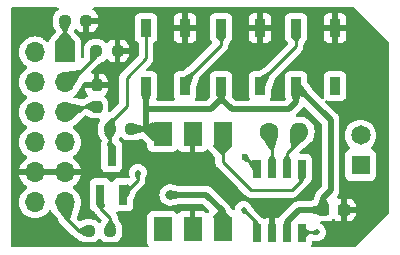
<source format=gbr>
%TF.GenerationSoftware,KiCad,Pcbnew,7.0.9*%
%TF.CreationDate,2024-01-17T02:10:24+09:00*%
%TF.ProjectId,Pmod_CAN,506d6f64-5f43-4414-9e2e-6b696361645f,rev?*%
%TF.SameCoordinates,Original*%
%TF.FileFunction,Copper,L1,Top*%
%TF.FilePolarity,Positive*%
%FSLAX46Y46*%
G04 Gerber Fmt 4.6, Leading zero omitted, Abs format (unit mm)*
G04 Created by KiCad (PCBNEW 7.0.9) date 2024-01-17 02:10:24*
%MOMM*%
%LPD*%
G01*
G04 APERTURE LIST*
G04 Aperture macros list*
%AMRoundRect*
0 Rectangle with rounded corners*
0 $1 Rounding radius*
0 $2 $3 $4 $5 $6 $7 $8 $9 X,Y pos of 4 corners*
0 Add a 4 corners polygon primitive as box body*
4,1,4,$2,$3,$4,$5,$6,$7,$8,$9,$2,$3,0*
0 Add four circle primitives for the rounded corners*
1,1,$1+$1,$2,$3*
1,1,$1+$1,$4,$5*
1,1,$1+$1,$6,$7*
1,1,$1+$1,$8,$9*
0 Add four rect primitives between the rounded corners*
20,1,$1+$1,$2,$3,$4,$5,0*
20,1,$1+$1,$4,$5,$6,$7,0*
20,1,$1+$1,$6,$7,$8,$9,0*
20,1,$1+$1,$8,$9,$2,$3,0*%
G04 Aperture macros list end*
%TA.AperFunction,SMDPad,CuDef*%
%ADD10R,0.700000X1.550000*%
%TD*%
%TA.AperFunction,ComponentPad*%
%ADD11R,1.700000X1.700000*%
%TD*%
%TA.AperFunction,ComponentPad*%
%ADD12O,1.700000X1.700000*%
%TD*%
%TA.AperFunction,SMDPad,CuDef*%
%ADD13RoundRect,0.237500X0.300000X0.237500X-0.300000X0.237500X-0.300000X-0.237500X0.300000X-0.237500X0*%
%TD*%
%TA.AperFunction,SMDPad,CuDef*%
%ADD14R,0.900000X1.500000*%
%TD*%
%TA.AperFunction,SMDPad,CuDef*%
%ADD15RoundRect,0.237500X-0.250000X-0.237500X0.250000X-0.237500X0.250000X0.237500X-0.250000X0.237500X0*%
%TD*%
%TA.AperFunction,ComponentPad*%
%ADD16C,1.600000*%
%TD*%
%TA.AperFunction,ComponentPad*%
%ADD17O,1.600000X1.600000*%
%TD*%
%TA.AperFunction,ComponentPad*%
%ADD18R,1.650000X1.650000*%
%TD*%
%TA.AperFunction,ComponentPad*%
%ADD19C,1.650000*%
%TD*%
%TA.AperFunction,SMDPad,CuDef*%
%ADD20R,0.800000X1.800000*%
%TD*%
%TA.AperFunction,SMDPad,CuDef*%
%ADD21RoundRect,0.237500X0.237500X-0.250000X0.237500X0.250000X-0.237500X0.250000X-0.237500X-0.250000X0*%
%TD*%
%TA.AperFunction,SMDPad,CuDef*%
%ADD22R,1.600000X2.070000*%
%TD*%
%TA.AperFunction,ViaPad*%
%ADD23C,0.500000*%
%TD*%
%TA.AperFunction,ViaPad*%
%ADD24C,0.800000*%
%TD*%
%TA.AperFunction,ViaPad*%
%ADD25C,0.600000*%
%TD*%
%TA.AperFunction,Conductor*%
%ADD26C,0.500000*%
%TD*%
%TA.AperFunction,Conductor*%
%ADD27C,0.250000*%
%TD*%
G04 APERTURE END LIST*
D10*
%TO.P,IC1,1,TXD*%
%TO.N,Net-(IC1-TXD)*%
X155829000Y-107119000D03*
%TO.P,IC1,2,GND*%
%TO.N,GND*%
X157099000Y-107119000D03*
%TO.P,IC1,3,VCC*%
%TO.N,/+5V*%
X158369000Y-107119000D03*
%TO.P,IC1,4,RXD*%
%TO.N,Net-(IC1-RXD)*%
X159639000Y-107119000D03*
%TO.P,IC1,5,VIO*%
%TO.N,+3V3*%
X159639000Y-101669000D03*
%TO.P,IC1,6,CANL*%
%TO.N,Net-(IC1-CANL)*%
X158369000Y-101669000D03*
%TO.P,IC1,7,CANH*%
%TO.N,Net-(IC1-CANH)*%
X157099000Y-101669000D03*
%TO.P,IC1,8,S*%
%TO.N,Net-(IC1-S)*%
X155829000Y-101669000D03*
%TD*%
D11*
%TO.P,J2,1,Pin_1*%
%TO.N,Net-(IC1-S)*%
X139573000Y-91821000D03*
D12*
%TO.P,J2,2,Pin_2*%
%TO.N,Net-(IC1-RXD)*%
X139573000Y-94361000D03*
%TO.P,J2,3,Pin_3*%
%TO.N,Net-(IC1-TXD)*%
X139573000Y-96901000D03*
%TO.P,J2,4,Pin_4*%
%TO.N,Net-(J2-Pin_4)*%
X139573000Y-99441000D03*
%TO.P,J2,5,Pin_5*%
%TO.N,GND*%
X139573000Y-101981000D03*
%TO.P,J2,6,Pin_6*%
%TO.N,+3V3*%
X139573000Y-104521000D03*
%TO.P,J2,7,Pin_7*%
%TO.N,unconnected-(J2-Pin_7-Pad7)*%
X137033000Y-91821000D03*
%TO.P,J2,8,Pin_8*%
%TO.N,unconnected-(J2-Pin_8-Pad8)*%
X137033000Y-94361000D03*
%TO.P,J2,9,Pin_9*%
%TO.N,unconnected-(J2-Pin_9-Pad9)*%
X137033000Y-96901000D03*
%TO.P,J2,10,Pin_10*%
%TO.N,unconnected-(J2-Pin_10-Pad10)*%
X137033000Y-99441000D03*
%TO.P,J2,11,Pin_11*%
%TO.N,GND*%
X137033000Y-101981000D03*
%TO.P,J2,12,Pin_12*%
%TO.N,+3V3*%
X137033000Y-104521000D03*
%TD*%
D13*
%TO.P,C1,1*%
%TO.N,GND*%
X163168500Y-105156000D03*
%TO.P,C1,2*%
%TO.N,/+5V*%
X161443500Y-105156000D03*
%TD*%
D14*
%TO.P,D3,1,VDD*%
%TO.N,/+5V*%
X159132000Y-94652000D03*
%TO.P,D3,2,DOUT*%
%TO.N,unconnected-(D3-DOUT-Pad2)*%
X162432000Y-94652000D03*
%TO.P,D3,3,VSS*%
%TO.N,GND*%
X162432000Y-89752000D03*
%TO.P,D3,4,DIN*%
%TO.N,Net-(D2-DOUT)*%
X159132000Y-89752000D03*
%TD*%
D15*
%TO.P,R5,1*%
%TO.N,+3V3*%
X141581500Y-106934000D03*
%TO.P,R5,2*%
%TO.N,Net-(Q1-B)*%
X143406500Y-106934000D03*
%TD*%
%TO.P,R2,1*%
%TO.N,Net-(IC1-RXD)*%
X142193000Y-91694000D03*
%TO.P,R2,2*%
%TO.N,GND*%
X144018000Y-91694000D03*
%TD*%
D16*
%TO.P,R1,1*%
%TO.N,Net-(IC1-CANH)*%
X156864000Y-98552000D03*
D17*
%TO.P,R1,2*%
%TO.N,Net-(IC1-CANL)*%
X159404000Y-98552000D03*
%TD*%
D14*
%TO.P,D2,1,VDD*%
%TO.N,/+5V*%
X152782000Y-94652000D03*
%TO.P,D2,2,DOUT*%
%TO.N,Net-(D2-DOUT)*%
X156082000Y-94652000D03*
%TO.P,D2,3,VSS*%
%TO.N,GND*%
X156082000Y-89752000D03*
%TO.P,D2,4,DIN*%
%TO.N,Net-(D1-DOUT)*%
X152782000Y-89752000D03*
%TD*%
D18*
%TO.P,J1,1,1*%
%TO.N,Net-(IC1-CANH)*%
X164592000Y-101346000D03*
D19*
%TO.P,J1,2,2*%
%TO.N,Net-(IC1-CANL)*%
X164592000Y-98846000D03*
%TD*%
D14*
%TO.P,D1,1,VDD*%
%TO.N,/+5V*%
X146432000Y-94652000D03*
%TO.P,D1,2,DOUT*%
%TO.N,Net-(D1-DOUT)*%
X149732000Y-94652000D03*
%TO.P,D1,3,VSS*%
%TO.N,GND*%
X149732000Y-89752000D03*
%TO.P,D1,4,DIN*%
%TO.N,Net-(D1-DIN)*%
X146432000Y-89752000D03*
%TD*%
D15*
%TO.P,R6,1*%
%TO.N,Net-(D1-DIN)*%
X143359500Y-98298000D03*
%TO.P,R6,2*%
%TO.N,/+5V*%
X145184500Y-98298000D03*
%TD*%
%TO.P,R4,1*%
%TO.N,Net-(IC1-S)*%
X139549500Y-89154000D03*
%TO.P,R4,2*%
%TO.N,GND*%
X141374500Y-89154000D03*
%TD*%
D20*
%TO.P,Q1,1,B*%
%TO.N,Net-(Q1-B)*%
X142560000Y-103884000D03*
%TO.P,Q1,2,E*%
%TO.N,Net-(J2-Pin_4)*%
X144460000Y-103884000D03*
%TO.P,Q1,3,C*%
%TO.N,Net-(D1-DIN)*%
X143510000Y-100584000D03*
%TD*%
D21*
%TO.P,R3,1*%
%TO.N,Net-(IC1-TXD)*%
X142240000Y-96416500D03*
%TO.P,R3,2*%
%TO.N,GND*%
X142240000Y-94591500D03*
%TD*%
D22*
%TO.P,IC2,1*%
%TO.N,/+5V*%
X147828000Y-106788000D03*
X147828000Y-98698000D03*
%TO.P,IC2,2,G*%
%TO.N,GND*%
X150368000Y-106788000D03*
X150368000Y-98698000D03*
%TO.P,IC2,3*%
%TO.N,+3V3*%
X152908000Y-106788000D03*
X152908000Y-98698000D03*
%TD*%
D23*
%TO.N,GND*%
X164846000Y-91948000D03*
X148590000Y-101600000D03*
X152400000Y-102743000D03*
X160680400Y-100025200D03*
X161290000Y-91948000D03*
X154940000Y-91948000D03*
X144526000Y-89154000D03*
X162814000Y-107569000D03*
X148463000Y-91948000D03*
%TO.N,Net-(IC1-TXD)*%
X154686000Y-105156000D03*
%TO.N,Net-(IC1-RXD)*%
X160909000Y-107061000D03*
D24*
%TO.N,+3V3*%
X148463000Y-103886000D03*
D25*
%TO.N,Net-(IC1-S)*%
X154813000Y-100711000D03*
D23*
%TO.N,Net-(J2-Pin_4)*%
X145745200Y-102006400D03*
%TD*%
D26*
%TO.N,/+5V*%
X147428000Y-98298000D02*
X147828000Y-98698000D01*
X152782000Y-95757000D02*
X152782000Y-95759000D01*
X159132000Y-96011000D02*
X159132000Y-94652000D01*
X146432000Y-94652000D02*
X146432000Y-96647000D01*
X159168000Y-94652000D02*
X162052000Y-97536000D01*
X158369000Y-106172000D02*
X159385000Y-105156000D01*
X162052000Y-97536000D02*
X162052000Y-103505000D01*
X152782000Y-95759000D02*
X153670000Y-96647000D01*
X146432000Y-96647000D02*
X151892000Y-96647000D01*
X146432000Y-96647000D02*
X146432000Y-98170000D01*
X161443500Y-104113500D02*
X161443500Y-105156000D01*
X158496000Y-96647000D02*
X159132000Y-96011000D01*
X159385000Y-105156000D02*
X161443500Y-105156000D01*
X146432000Y-98170000D02*
X146304000Y-98298000D01*
X153670000Y-96647000D02*
X158496000Y-96647000D01*
X162052000Y-103505000D02*
X161443500Y-104113500D01*
X159132000Y-94652000D02*
X159168000Y-94652000D01*
X145184500Y-98298000D02*
X146304000Y-98298000D01*
X151892000Y-96647000D02*
X152782000Y-95757000D01*
X146304000Y-98298000D02*
X147428000Y-98298000D01*
X152782000Y-95757000D02*
X152782000Y-94652000D01*
X158369000Y-107119000D02*
X158369000Y-106172000D01*
D27*
%TO.N,Net-(D1-DOUT)*%
X152782000Y-91185000D02*
X152782000Y-89752000D01*
X149732000Y-94235000D02*
X152782000Y-91185000D01*
%TO.N,Net-(D1-DIN)*%
X143359500Y-100433500D02*
X143510000Y-100584000D01*
X144780000Y-93980000D02*
X146432000Y-92328000D01*
X146432000Y-92328000D02*
X146432000Y-90514000D01*
X144780000Y-96393000D02*
X144780000Y-93980000D01*
X143359500Y-98298000D02*
X143359500Y-100433500D01*
X143359500Y-97813500D02*
X144780000Y-96393000D01*
X143359500Y-98298000D02*
X143359500Y-97813500D01*
%TO.N,Net-(D2-DOUT)*%
X156082000Y-94362000D02*
X159132000Y-91312000D01*
X159132000Y-91312000D02*
X159132000Y-89752000D01*
%TO.N,Net-(IC1-TXD)*%
X140716000Y-96774000D02*
X141073500Y-96416500D01*
X155829000Y-106299000D02*
X155829000Y-107119000D01*
X141073500Y-96416500D02*
X142240000Y-96416500D01*
X154686000Y-105156000D02*
X155829000Y-106299000D01*
X139700000Y-96774000D02*
X140716000Y-96774000D01*
X139573000Y-96901000D02*
X139700000Y-96774000D01*
%TO.N,Net-(IC1-RXD)*%
X139954000Y-94361000D02*
X139573000Y-94361000D01*
X160909000Y-107061000D02*
X159697000Y-107061000D01*
X142193000Y-92122000D02*
X139954000Y-94361000D01*
X159697000Y-107061000D02*
X159639000Y-107119000D01*
X142193000Y-91694000D02*
X142193000Y-92122000D01*
%TO.N,+3V3*%
X159639000Y-102616000D02*
X159639000Y-101669000D01*
D26*
X151511000Y-103886000D02*
X152908000Y-105283000D01*
D27*
X152908000Y-101092000D02*
X155321000Y-103505000D01*
D26*
X148463000Y-103886000D02*
X151511000Y-103886000D01*
D27*
X155321000Y-103505000D02*
X158750000Y-103505000D01*
X141581500Y-106934000D02*
X140716000Y-106934000D01*
X139573000Y-105791000D02*
X139573000Y-104521000D01*
D26*
X152908000Y-105283000D02*
X152908000Y-106788000D01*
D27*
X140716000Y-106934000D02*
X139573000Y-105791000D01*
X158750000Y-103505000D02*
X159639000Y-102616000D01*
X152908000Y-98698000D02*
X152908000Y-101092000D01*
%TO.N,Net-(IC1-CANL)*%
X158369000Y-100330000D02*
X159404000Y-99295000D01*
X159404000Y-99295000D02*
X159404000Y-98552000D01*
X158369000Y-101669000D02*
X158369000Y-100330000D01*
%TO.N,Net-(IC1-CANH)*%
X157099000Y-98787000D02*
X156864000Y-98552000D01*
X157099000Y-101669000D02*
X157099000Y-98787000D01*
%TO.N,Net-(IC1-S)*%
X139573000Y-89177500D02*
X139549500Y-89154000D01*
X139573000Y-91821000D02*
X139573000Y-89177500D01*
X154813000Y-100711000D02*
X155771000Y-101669000D01*
X155771000Y-101669000D02*
X155829000Y-101669000D01*
%TO.N,Net-(J2-Pin_4)*%
X145745200Y-102006400D02*
X145745200Y-102598800D01*
X145745200Y-102598800D02*
X144460000Y-103884000D01*
%TO.N,Net-(Q1-B)*%
X142597500Y-103921500D02*
X142560000Y-103884000D01*
X143406500Y-106934000D02*
X143406500Y-105814500D01*
X143406500Y-105814500D02*
X142560000Y-104968000D01*
X142560000Y-104968000D02*
X142560000Y-103884000D01*
%TD*%
%TA.AperFunction,Conductor*%
%TO.N,Net-(IC1-TXD)*%
G36*
X141917656Y-95955692D02*
G01*
X142236284Y-96409780D01*
X142238231Y-96418520D01*
X142236284Y-96423220D01*
X141917656Y-96877307D01*
X141910099Y-96882111D01*
X141902409Y-96880821D01*
X141296030Y-96544841D01*
X141290454Y-96537834D01*
X141290000Y-96534607D01*
X141290000Y-96298392D01*
X141293427Y-96290119D01*
X141296025Y-96288161D01*
X141902410Y-95952177D01*
X141911306Y-95951166D01*
X141917656Y-95955692D01*
G37*
%TD.AperFunction*%
%TD*%
%TA.AperFunction,Conductor*%
%TO.N,Net-(IC1-CANH)*%
G36*
X157225885Y-100547427D02*
G01*
X157227454Y-100549373D01*
X157445564Y-100888655D01*
X157447155Y-100897467D01*
X157446387Y-100899792D01*
X157109665Y-101646354D01*
X157103140Y-101652487D01*
X157094190Y-101652209D01*
X157088335Y-101646354D01*
X156751612Y-100899792D01*
X156751334Y-100890842D01*
X156752431Y-100888662D01*
X156970546Y-100549373D01*
X156977903Y-100544267D01*
X156980388Y-100544000D01*
X157217612Y-100544000D01*
X157225885Y-100547427D01*
G37*
%TD.AperFunction*%
%TD*%
%TA.AperFunction,Conductor*%
%TO.N,/+5V*%
G36*
X152788214Y-94664848D02*
G01*
X152792476Y-94669299D01*
X153187109Y-95396650D01*
X153188042Y-95405556D01*
X153187297Y-95407448D01*
X152898850Y-95986400D01*
X152892094Y-95992276D01*
X152883160Y-95991654D01*
X152880105Y-95989455D01*
X152538231Y-95647581D01*
X152537887Y-95647206D01*
X152337366Y-95408391D01*
X152334670Y-95399851D01*
X152336294Y-95394847D01*
X152772162Y-94668855D01*
X152779357Y-94663528D01*
X152788214Y-94664848D01*
G37*
%TD.AperFunction*%
%TD*%
%TA.AperFunction,Conductor*%
%TO.N,Net-(D1-DIN)*%
G36*
X143366220Y-98301715D02*
G01*
X143820307Y-98620343D01*
X143825111Y-98627900D01*
X143823821Y-98635590D01*
X143487841Y-99241970D01*
X143480834Y-99247546D01*
X143477607Y-99248000D01*
X143241393Y-99248000D01*
X143233120Y-99244573D01*
X143231159Y-99241970D01*
X142895178Y-98635590D01*
X142894166Y-98626693D01*
X142898691Y-98620343D01*
X143352780Y-98301714D01*
X143361520Y-98299768D01*
X143366220Y-98301715D01*
G37*
%TD.AperFunction*%
%TD*%
%TA.AperFunction,Conductor*%
%TO.N,/+5V*%
G36*
X146438014Y-94663726D02*
G01*
X146442034Y-94667746D01*
X146878876Y-95396786D01*
X146880189Y-95405644D01*
X146879532Y-95407552D01*
X146685088Y-95845052D01*
X146678596Y-95851220D01*
X146674396Y-95852000D01*
X146189604Y-95852000D01*
X146181331Y-95848573D01*
X146178912Y-95845052D01*
X145984466Y-95407550D01*
X145984239Y-95398600D01*
X145985117Y-95396797D01*
X146421965Y-94667747D01*
X146429156Y-94662413D01*
X146438014Y-94663726D01*
G37*
%TD.AperFunction*%
%TD*%
%TA.AperFunction,Conductor*%
%TO.N,Net-(J2-Pin_4)*%
G36*
X145966791Y-102098145D02*
G01*
X145973100Y-102104501D01*
X145973592Y-102111904D01*
X145872489Y-102497666D01*
X145867076Y-102504800D01*
X145861171Y-102506400D01*
X145629229Y-102506400D01*
X145620956Y-102502973D01*
X145617911Y-102497666D01*
X145516807Y-102111904D01*
X145518025Y-102103033D01*
X145523606Y-102098146D01*
X145740684Y-102007289D01*
X145749637Y-102007257D01*
X145966791Y-102098145D01*
G37*
%TD.AperFunction*%
%TD*%
%TA.AperFunction,Conductor*%
%TO.N,Net-(IC1-S)*%
G36*
X155483616Y-100905666D02*
G01*
X155485687Y-100908790D01*
X155824844Y-101658952D01*
X155825130Y-101667902D01*
X155819003Y-101674433D01*
X155818910Y-101674475D01*
X155488783Y-101820273D01*
X155479830Y-101820480D01*
X155473820Y-101815237D01*
X155387298Y-101658952D01*
X155147391Y-101225608D01*
X155146383Y-101216712D01*
X155149353Y-101211672D01*
X155319901Y-101041125D01*
X155467083Y-100905019D01*
X155475483Y-100901919D01*
X155483616Y-100905666D01*
G37*
%TD.AperFunction*%
%TD*%
%TA.AperFunction,Conductor*%
%TO.N,Net-(IC1-CANH)*%
G36*
X156871232Y-98554005D02*
G01*
X157452686Y-98795638D01*
X157593317Y-98854080D01*
X157599642Y-98860419D01*
X157600021Y-98868287D01*
X157226522Y-100096959D01*
X157220837Y-100103878D01*
X157215328Y-100105256D01*
X156980171Y-100105256D01*
X156971898Y-100101829D01*
X156970515Y-100100163D01*
X156303793Y-99125691D01*
X156301949Y-99116928D01*
X156305168Y-99110819D01*
X156858466Y-98556543D01*
X156866735Y-98553110D01*
X156871232Y-98554005D01*
G37*
%TD.AperFunction*%
%TD*%
%TA.AperFunction,Conductor*%
%TO.N,Net-(IC1-CANL)*%
G36*
X159408122Y-98554717D02*
G01*
X159408139Y-98554734D01*
X159960497Y-99108474D01*
X159963914Y-99116752D01*
X159960477Y-99125020D01*
X159959556Y-99125847D01*
X158887342Y-99990020D01*
X158878750Y-99992543D01*
X158871727Y-99989183D01*
X158705441Y-99822897D01*
X158702049Y-99815529D01*
X158647824Y-99116752D01*
X158604977Y-98564592D01*
X158607754Y-98556080D01*
X158615737Y-98552023D01*
X158616609Y-98551988D01*
X159399846Y-98551297D01*
X159408122Y-98554717D01*
G37*
%TD.AperFunction*%
%TD*%
%TA.AperFunction,Conductor*%
%TO.N,/+5V*%
G36*
X158326613Y-105878988D02*
G01*
X158330138Y-105881408D01*
X158669909Y-106221179D01*
X158672532Y-106225190D01*
X158717204Y-106339409D01*
X158717026Y-106348362D01*
X158716969Y-106348491D01*
X158380553Y-107092589D01*
X158374022Y-107098716D01*
X158365072Y-107098430D01*
X158358945Y-107091899D01*
X158358803Y-107091500D01*
X158108790Y-106348362D01*
X158108775Y-106348315D01*
X158109170Y-106339838D01*
X158311174Y-105884930D01*
X158317661Y-105878762D01*
X158326613Y-105878988D01*
G37*
%TD.AperFunction*%
%TD*%
%TA.AperFunction,Conductor*%
%TO.N,Net-(D1-DOUT)*%
G36*
X150301475Y-93502080D02*
G01*
X150466840Y-93667445D01*
X150470267Y-93675718D01*
X150469885Y-93678682D01*
X150185008Y-94766455D01*
X150179597Y-94773590D01*
X150170726Y-94774809D01*
X150170558Y-94774764D01*
X149739070Y-94654868D01*
X149732016Y-94649351D01*
X149730551Y-94644673D01*
X149662700Y-93909074D01*
X149665353Y-93900523D01*
X149668022Y-93898160D01*
X150286878Y-93500509D01*
X150295690Y-93498921D01*
X150301475Y-93502080D01*
G37*
%TD.AperFunction*%
%TD*%
%TA.AperFunction,Conductor*%
%TO.N,Net-(Q1-B)*%
G36*
X143532880Y-105987427D02*
G01*
X143534841Y-105990030D01*
X143870821Y-106596409D01*
X143871833Y-106605306D01*
X143867307Y-106611656D01*
X143413220Y-106930284D01*
X143404480Y-106932231D01*
X143399780Y-106930284D01*
X142945692Y-106611656D01*
X142940888Y-106604099D01*
X142942177Y-106596410D01*
X143278159Y-105990030D01*
X143285166Y-105984454D01*
X143288393Y-105984000D01*
X143524607Y-105984000D01*
X143532880Y-105987427D01*
G37*
%TD.AperFunction*%
%TD*%
%TA.AperFunction,Conductor*%
%TO.N,/+5V*%
G36*
X145533392Y-97843743D02*
G01*
X146138995Y-98045335D01*
X146145763Y-98051199D01*
X146147000Y-98056436D01*
X146147000Y-98539563D01*
X146143573Y-98547836D01*
X146138995Y-98550664D01*
X145533393Y-98752255D01*
X145524461Y-98751617D01*
X145520330Y-98748163D01*
X145188743Y-98305008D01*
X145186531Y-98296332D01*
X145188744Y-98290991D01*
X145520332Y-97847834D01*
X145528030Y-97843264D01*
X145533392Y-97843743D01*
G37*
%TD.AperFunction*%
%TD*%
%TA.AperFunction,Conductor*%
%TO.N,/+5V*%
G36*
X161693891Y-104209427D02*
G01*
X161696461Y-104213305D01*
X161915291Y-104753215D01*
X161915223Y-104762170D01*
X161911939Y-104766598D01*
X161450991Y-105150756D01*
X161442441Y-105153420D01*
X161436009Y-105150756D01*
X160975060Y-104766598D01*
X160970899Y-104758669D01*
X160971708Y-104753215D01*
X161190539Y-104213305D01*
X161196822Y-104206925D01*
X161201382Y-104206000D01*
X161685618Y-104206000D01*
X161693891Y-104209427D01*
G37*
%TD.AperFunction*%
%TD*%
%TA.AperFunction,Conductor*%
%TO.N,Net-(IC1-TXD)*%
G36*
X139586933Y-96053734D02*
G01*
X140981613Y-96327425D01*
X140987632Y-96330633D01*
X141153653Y-96496654D01*
X141157080Y-96504927D01*
X141153692Y-96513161D01*
X140182304Y-97493699D01*
X140174047Y-97497165D01*
X140165758Y-97493777D01*
X140165729Y-97493748D01*
X139575734Y-96905139D01*
X139572297Y-96896870D01*
X139572297Y-96896846D01*
X139572630Y-96496654D01*
X139572988Y-96065205D01*
X139576422Y-96056936D01*
X139584698Y-96053516D01*
X139586933Y-96053734D01*
G37*
%TD.AperFunction*%
%TD*%
%TA.AperFunction,Conductor*%
%TO.N,+3V3*%
G36*
X148476817Y-103488590D02*
G01*
X149253457Y-103634210D01*
X149260956Y-103639103D01*
X149263000Y-103645710D01*
X149263000Y-104126289D01*
X149259573Y-104134562D01*
X149253456Y-104137789D01*
X148476820Y-104283408D01*
X148468057Y-104281564D01*
X148463164Y-104274064D01*
X148462964Y-104271946D01*
X148462000Y-103886000D01*
X148462964Y-103500059D01*
X148466412Y-103491797D01*
X148474693Y-103488391D01*
X148476817Y-103488590D01*
G37*
%TD.AperFunction*%
%TD*%
%TA.AperFunction,Conductor*%
%TO.N,/+5V*%
G36*
X159138014Y-94663726D02*
G01*
X159142034Y-94667746D01*
X159578876Y-95396786D01*
X159580189Y-95405644D01*
X159579532Y-95407552D01*
X159385088Y-95845052D01*
X159378596Y-95851220D01*
X159374396Y-95852000D01*
X158889604Y-95852000D01*
X158881331Y-95848573D01*
X158878912Y-95845052D01*
X158684466Y-95407550D01*
X158684239Y-95398600D01*
X158685117Y-95396797D01*
X159121965Y-94667747D01*
X159129156Y-94662413D01*
X159138014Y-94663726D01*
G37*
%TD.AperFunction*%
%TD*%
%TA.AperFunction,Conductor*%
%TO.N,Net-(D1-DIN)*%
G36*
X143487193Y-99287427D02*
G01*
X143488012Y-99288337D01*
X143804413Y-99679029D01*
X143806957Y-99687614D01*
X143806428Y-99690070D01*
X143519518Y-100556264D01*
X143513663Y-100563040D01*
X143504732Y-100563692D01*
X143497956Y-100557837D01*
X143497717Y-100557332D01*
X143111785Y-99688021D01*
X143111308Y-99679797D01*
X143111548Y-99679028D01*
X143231941Y-99292223D01*
X143237671Y-99285342D01*
X143243112Y-99284000D01*
X143478920Y-99284000D01*
X143487193Y-99287427D01*
G37*
%TD.AperFunction*%
%TD*%
%TA.AperFunction,Conductor*%
%TO.N,Net-(D1-DIN)*%
G36*
X143607580Y-97403265D02*
G01*
X143774290Y-97569975D01*
X143777599Y-97576587D01*
X143845789Y-98052062D01*
X143843571Y-98060738D01*
X143839338Y-98064238D01*
X143367728Y-98294347D01*
X143358790Y-98294895D01*
X143353048Y-98290592D01*
X143039271Y-97847372D01*
X143037287Y-97838640D01*
X143041626Y-97831384D01*
X143592114Y-97402309D01*
X143600746Y-97399927D01*
X143607580Y-97403265D01*
G37*
%TD.AperFunction*%
%TD*%
%TA.AperFunction,Conductor*%
%TO.N,Net-(D2-DOUT)*%
G36*
X156768138Y-93511743D02*
G01*
X156933312Y-93676917D01*
X156936739Y-93685190D01*
X156936032Y-93689196D01*
X156535857Y-94787295D01*
X156529804Y-94793895D01*
X156521277Y-94794426D01*
X156089280Y-94655279D01*
X156082457Y-94649481D01*
X156081169Y-94644318D01*
X156070385Y-93908891D01*
X156073690Y-93900569D01*
X156076263Y-93898571D01*
X156754044Y-93509867D01*
X156762926Y-93508723D01*
X156768138Y-93511743D01*
G37*
%TD.AperFunction*%
%TD*%
%TA.AperFunction,Conductor*%
%TO.N,GND*%
G36*
X138991566Y-88030685D02*
G01*
X139037321Y-88083489D01*
X139047265Y-88152647D01*
X139018240Y-88216203D01*
X138989624Y-88240539D01*
X138985485Y-88243091D01*
X138985484Y-88243092D01*
X138882306Y-88306732D01*
X138838648Y-88333661D01*
X138716661Y-88455648D01*
X138626093Y-88602481D01*
X138626091Y-88602486D01*
X138612185Y-88644452D01*
X138571826Y-88766247D01*
X138571826Y-88766248D01*
X138571825Y-88766248D01*
X138561500Y-88867315D01*
X138561500Y-89440669D01*
X138561501Y-89440687D01*
X138571825Y-89541752D01*
X138626020Y-89705300D01*
X138626092Y-89705516D01*
X138629693Y-89711355D01*
X138643143Y-89733160D01*
X138652229Y-89750960D01*
X138652948Y-89752704D01*
X138704687Y-89840186D01*
X138789995Y-89984430D01*
X138807179Y-90052153D01*
X138785020Y-90118416D01*
X138777607Y-90128021D01*
X138345406Y-90634740D01*
X138324188Y-90661384D01*
X138324183Y-90661392D01*
X138314472Y-90679337D01*
X138304685Y-90694629D01*
X138279206Y-90728664D01*
X138279203Y-90728670D01*
X138261695Y-90775608D01*
X138258137Y-90783442D01*
X138255713Y-90787924D01*
X138252919Y-90795503D01*
X138252918Y-90795506D01*
X138249968Y-90806321D01*
X138248243Y-90811677D01*
X138230189Y-90860083D01*
X138188317Y-90916016D01*
X138122853Y-90940433D01*
X138054580Y-90925581D01*
X138026326Y-90904430D01*
X137904402Y-90782506D01*
X137904395Y-90782501D01*
X137884015Y-90768231D01*
X137827517Y-90728670D01*
X137710834Y-90646967D01*
X137710830Y-90646965D01*
X137684609Y-90634738D01*
X137496663Y-90547097D01*
X137496659Y-90547096D01*
X137496655Y-90547094D01*
X137268413Y-90485938D01*
X137268403Y-90485936D01*
X137033001Y-90465341D01*
X137032999Y-90465341D01*
X136797596Y-90485936D01*
X136797586Y-90485938D01*
X136569344Y-90547094D01*
X136569337Y-90547096D01*
X136569337Y-90547097D01*
X136555816Y-90553401D01*
X136355171Y-90646964D01*
X136355169Y-90646965D01*
X136161597Y-90782505D01*
X135994505Y-90949597D01*
X135858965Y-91143169D01*
X135858964Y-91143171D01*
X135759098Y-91357335D01*
X135759094Y-91357344D01*
X135697938Y-91585586D01*
X135697936Y-91585596D01*
X135677341Y-91820999D01*
X135677341Y-91821000D01*
X135697936Y-92056403D01*
X135697938Y-92056413D01*
X135759094Y-92284655D01*
X135759096Y-92284659D01*
X135759097Y-92284663D01*
X135816152Y-92407018D01*
X135858965Y-92498830D01*
X135858967Y-92498834D01*
X135994501Y-92692395D01*
X135994506Y-92692402D01*
X136161597Y-92859493D01*
X136161603Y-92859498D01*
X136347158Y-92989425D01*
X136390783Y-93044002D01*
X136397977Y-93113500D01*
X136366454Y-93175855D01*
X136347158Y-93192575D01*
X136161597Y-93322505D01*
X135994505Y-93489597D01*
X135858965Y-93683169D01*
X135858964Y-93683171D01*
X135759098Y-93897335D01*
X135759094Y-93897344D01*
X135697938Y-94125586D01*
X135697936Y-94125596D01*
X135677341Y-94360999D01*
X135677341Y-94361000D01*
X135697936Y-94596403D01*
X135697938Y-94596413D01*
X135759094Y-94824655D01*
X135759096Y-94824659D01*
X135759097Y-94824663D01*
X135839004Y-94996023D01*
X135858965Y-95038830D01*
X135858967Y-95038834D01*
X135940518Y-95155300D01*
X135994501Y-95232396D01*
X135994506Y-95232402D01*
X136161597Y-95399493D01*
X136161603Y-95399498D01*
X136347158Y-95529425D01*
X136390783Y-95584002D01*
X136397977Y-95653500D01*
X136366454Y-95715855D01*
X136347158Y-95732575D01*
X136161597Y-95862505D01*
X135994505Y-96029597D01*
X135858965Y-96223169D01*
X135858964Y-96223171D01*
X135759098Y-96437335D01*
X135759094Y-96437344D01*
X135697938Y-96665586D01*
X135697936Y-96665596D01*
X135677341Y-96900999D01*
X135677341Y-96901000D01*
X135697936Y-97136403D01*
X135697938Y-97136413D01*
X135759094Y-97364655D01*
X135759096Y-97364659D01*
X135759097Y-97364663D01*
X135848094Y-97555517D01*
X135858965Y-97578830D01*
X135858967Y-97578834D01*
X135967281Y-97733521D01*
X135994501Y-97772396D01*
X135994506Y-97772402D01*
X136161597Y-97939493D01*
X136161603Y-97939498D01*
X136347158Y-98069425D01*
X136390783Y-98124002D01*
X136397977Y-98193500D01*
X136366454Y-98255855D01*
X136347158Y-98272575D01*
X136161597Y-98402505D01*
X135994505Y-98569597D01*
X135858965Y-98763169D01*
X135858964Y-98763171D01*
X135759098Y-98977335D01*
X135759094Y-98977344D01*
X135697938Y-99205586D01*
X135697936Y-99205596D01*
X135677341Y-99440999D01*
X135677341Y-99441000D01*
X135697936Y-99676403D01*
X135697938Y-99676413D01*
X135759094Y-99904655D01*
X135759096Y-99904659D01*
X135759097Y-99904663D01*
X135845610Y-100090190D01*
X135858965Y-100118830D01*
X135858967Y-100118834D01*
X135934425Y-100226598D01*
X135994501Y-100312396D01*
X135994506Y-100312402D01*
X136161597Y-100479493D01*
X136161603Y-100479498D01*
X136347594Y-100609730D01*
X136391219Y-100664307D01*
X136398413Y-100733805D01*
X136366890Y-100796160D01*
X136347595Y-100812880D01*
X136161922Y-100942890D01*
X136161920Y-100942891D01*
X135994891Y-101109920D01*
X135994886Y-101109926D01*
X135859400Y-101303420D01*
X135859399Y-101303422D01*
X135759570Y-101517507D01*
X135759567Y-101517513D01*
X135702364Y-101730999D01*
X135702364Y-101731000D01*
X136599314Y-101731000D01*
X136573507Y-101771156D01*
X136533000Y-101909111D01*
X136533000Y-102052889D01*
X136573507Y-102190844D01*
X136599314Y-102231000D01*
X135702364Y-102231000D01*
X135759567Y-102444486D01*
X135759570Y-102444492D01*
X135859399Y-102658578D01*
X135994894Y-102852082D01*
X136161917Y-103019105D01*
X136347595Y-103149119D01*
X136391219Y-103203696D01*
X136398412Y-103273195D01*
X136366890Y-103335549D01*
X136347595Y-103352269D01*
X136161594Y-103482508D01*
X135994505Y-103649597D01*
X135858965Y-103843169D01*
X135858964Y-103843171D01*
X135759098Y-104057335D01*
X135759094Y-104057344D01*
X135697938Y-104285586D01*
X135697936Y-104285596D01*
X135677341Y-104520999D01*
X135677341Y-104521000D01*
X135697936Y-104756403D01*
X135697938Y-104756413D01*
X135759094Y-104984655D01*
X135759096Y-104984659D01*
X135759097Y-104984663D01*
X135838993Y-105156000D01*
X135858965Y-105198830D01*
X135858967Y-105198834D01*
X135936561Y-105309649D01*
X135994505Y-105392401D01*
X136161599Y-105559495D01*
X136232097Y-105608858D01*
X136355165Y-105695032D01*
X136355167Y-105695033D01*
X136355170Y-105695035D01*
X136569337Y-105794903D01*
X136797592Y-105856063D01*
X136953792Y-105869729D01*
X137032999Y-105876659D01*
X137033000Y-105876659D01*
X137033001Y-105876659D01*
X137075919Y-105872904D01*
X137268408Y-105856063D01*
X137496663Y-105794903D01*
X137710830Y-105695035D01*
X137904401Y-105559495D01*
X138071495Y-105392401D01*
X138201425Y-105206842D01*
X138256002Y-105163217D01*
X138325500Y-105156023D01*
X138387855Y-105187546D01*
X138404575Y-105206842D01*
X138534501Y-105392396D01*
X138534506Y-105392402D01*
X138562971Y-105420867D01*
X138574625Y-105435133D01*
X138574888Y-105434931D01*
X138944112Y-105914778D01*
X138961131Y-105944750D01*
X138979489Y-105991119D01*
X138981382Y-105996647D01*
X138993303Y-106037679D01*
X138994382Y-106041390D01*
X138997500Y-106046663D01*
X139004580Y-106058634D01*
X139013136Y-106076100D01*
X139018665Y-106090063D01*
X139020514Y-106094732D01*
X139047898Y-106132423D01*
X139051106Y-106137307D01*
X139074827Y-106177416D01*
X139074833Y-106177424D01*
X139088990Y-106191580D01*
X139101627Y-106206375D01*
X139113406Y-106222587D01*
X139142278Y-106246472D01*
X139149309Y-106252288D01*
X139153620Y-106256210D01*
X139382118Y-106484708D01*
X139386152Y-106489154D01*
X139395387Y-106500381D01*
X139401815Y-106507696D01*
X139401816Y-106507697D01*
X139465039Y-106568281D01*
X139470161Y-106572751D01*
X140183679Y-107286270D01*
X140188758Y-107292019D01*
X140189621Y-107293127D01*
X140189622Y-107293128D01*
X140194666Y-107297488D01*
X140197963Y-107300554D01*
X140215197Y-107317788D01*
X140225022Y-107330051D01*
X140225243Y-107329869D01*
X140230214Y-107335878D01*
X140253553Y-107357794D01*
X140280635Y-107383226D01*
X140301529Y-107404120D01*
X140307011Y-107408373D01*
X140311443Y-107412157D01*
X140345418Y-107444062D01*
X140362976Y-107453714D01*
X140379235Y-107464395D01*
X140395064Y-107476673D01*
X140437838Y-107495182D01*
X140443056Y-107497738D01*
X140483908Y-107520197D01*
X140483912Y-107520198D01*
X140501352Y-107524676D01*
X140537429Y-107540385D01*
X140641179Y-107606886D01*
X140865609Y-107750740D01*
X140870602Y-107754302D01*
X140870650Y-107754340D01*
X140885881Y-107763735D01*
X140950025Y-107804850D01*
X140961471Y-107811699D01*
X140976680Y-107820801D01*
X140976683Y-107820802D01*
X140982008Y-107823392D01*
X140987448Y-107826382D01*
X141017479Y-107844905D01*
X141017484Y-107844908D01*
X141181247Y-107899174D01*
X141282323Y-107909500D01*
X141880676Y-107909499D01*
X141880684Y-107909498D01*
X141880687Y-107909498D01*
X141936030Y-107903844D01*
X141981753Y-107899174D01*
X142145516Y-107844908D01*
X142292350Y-107754340D01*
X142406319Y-107640371D01*
X142467642Y-107606886D01*
X142537334Y-107611870D01*
X142581681Y-107640371D01*
X142695650Y-107754340D01*
X142842484Y-107844908D01*
X143006247Y-107899174D01*
X143107323Y-107909500D01*
X143705676Y-107909499D01*
X143705684Y-107909498D01*
X143705687Y-107909498D01*
X143761030Y-107903844D01*
X143806753Y-107899174D01*
X143970516Y-107844908D01*
X144117350Y-107754340D01*
X144239340Y-107632350D01*
X144329908Y-107485516D01*
X144384174Y-107321753D01*
X144394500Y-107220677D01*
X144394499Y-106647324D01*
X144388654Y-106590109D01*
X144384174Y-106546247D01*
X144371400Y-106507699D01*
X144329908Y-106382484D01*
X144329904Y-106382478D01*
X144329903Y-106382475D01*
X144322767Y-106370906D01*
X144315086Y-106355321D01*
X144314849Y-106355432D01*
X144312987Y-106351421D01*
X144302125Y-106331818D01*
X144061970Y-105898384D01*
X144047852Y-105872904D01*
X144032377Y-105816697D01*
X144032000Y-105804683D01*
X144032000Y-105775154D01*
X144032000Y-105775150D01*
X144031131Y-105768272D01*
X144030672Y-105762443D01*
X144029209Y-105715872D01*
X144023622Y-105696644D01*
X144019674Y-105677584D01*
X144018997Y-105672222D01*
X144017164Y-105657708D01*
X144017163Y-105657706D01*
X144017163Y-105657704D01*
X144000012Y-105614387D01*
X143998119Y-105608858D01*
X143985118Y-105564109D01*
X143985116Y-105564106D01*
X143974923Y-105546871D01*
X143966361Y-105529394D01*
X143958987Y-105510770D01*
X143958915Y-105510671D01*
X143937636Y-105481383D01*
X143914157Y-105415578D01*
X143929982Y-105347524D01*
X143980088Y-105298829D01*
X144037951Y-105284499D01*
X144907872Y-105284499D01*
X144967483Y-105278091D01*
X145102331Y-105227796D01*
X145217546Y-105141546D01*
X145303796Y-105026331D01*
X145354091Y-104891483D01*
X145360500Y-104831873D01*
X145360499Y-104205423D01*
X145373077Y-104151009D01*
X145383093Y-104130500D01*
X145646050Y-103592062D01*
X145669787Y-103558802D01*
X146128988Y-103099601D01*
X146141242Y-103089786D01*
X146141059Y-103089564D01*
X146147066Y-103084592D01*
X146147077Y-103084586D01*
X146178274Y-103051364D01*
X146194427Y-103034164D01*
X146204871Y-103023718D01*
X146215320Y-103013271D01*
X146219579Y-103007778D01*
X146223352Y-103003361D01*
X146255262Y-102969382D01*
X146264913Y-102951824D01*
X146275596Y-102935561D01*
X146287873Y-102919736D01*
X146306385Y-102876953D01*
X146308938Y-102871741D01*
X146331397Y-102830892D01*
X146336380Y-102811480D01*
X146342681Y-102793080D01*
X146350637Y-102774696D01*
X146357929Y-102728652D01*
X146359106Y-102722971D01*
X146370700Y-102677819D01*
X146370700Y-102657783D01*
X146372227Y-102638383D01*
X146374116Y-102626455D01*
X146375360Y-102618604D01*
X146374247Y-102606835D01*
X146377746Y-102563730D01*
X146462577Y-102240060D01*
X146466992Y-102221843D01*
X146466992Y-102221842D01*
X146468171Y-102216978D01*
X146468239Y-102216994D01*
X146472377Y-102200564D01*
X146481513Y-102174459D01*
X146500449Y-102006400D01*
X146500449Y-102006397D01*
X146481514Y-101838343D01*
X146425654Y-101678705D01*
X146425652Y-101678702D01*
X146335681Y-101535515D01*
X146335676Y-101535509D01*
X146216090Y-101415923D01*
X146216084Y-101415918D01*
X146072897Y-101325947D01*
X146072894Y-101325945D01*
X145913256Y-101270085D01*
X145745203Y-101251151D01*
X145745197Y-101251151D01*
X145577143Y-101270085D01*
X145417505Y-101325945D01*
X145417502Y-101325947D01*
X145274315Y-101415918D01*
X145274309Y-101415923D01*
X145154723Y-101535509D01*
X145154718Y-101535515D01*
X145064747Y-101678702D01*
X145064745Y-101678705D01*
X145008885Y-101838343D01*
X144989951Y-102006397D01*
X144989951Y-102006402D01*
X145008885Y-102174453D01*
X145008886Y-102174458D01*
X145008887Y-102174459D01*
X145018016Y-102200549D01*
X145021292Y-102209909D01*
X145027451Y-102236810D01*
X145027821Y-102240057D01*
X145027824Y-102240071D01*
X145049558Y-102323000D01*
X145047512Y-102392839D01*
X145017290Y-102442117D01*
X145011253Y-102448154D01*
X144949930Y-102481639D01*
X144910331Y-102483764D01*
X144908566Y-102483574D01*
X144907873Y-102483500D01*
X144907872Y-102483500D01*
X144012129Y-102483500D01*
X144012123Y-102483501D01*
X143952516Y-102489908D01*
X143817671Y-102540202D01*
X143817664Y-102540206D01*
X143702455Y-102626452D01*
X143702452Y-102626455D01*
X143610888Y-102748769D01*
X143608618Y-102747070D01*
X143569420Y-102786264D01*
X143501146Y-102801111D01*
X143435683Y-102776690D01*
X143410554Y-102747689D01*
X143409112Y-102748769D01*
X143317547Y-102626455D01*
X143317544Y-102626452D01*
X143202335Y-102540206D01*
X143202328Y-102540202D01*
X143067482Y-102489908D01*
X143067483Y-102489908D01*
X143007883Y-102483501D01*
X143007881Y-102483500D01*
X143007873Y-102483500D01*
X143007864Y-102483500D01*
X142112129Y-102483500D01*
X142112123Y-102483501D01*
X142052516Y-102489908D01*
X141917671Y-102540202D01*
X141917664Y-102540206D01*
X141802455Y-102626452D01*
X141802452Y-102626455D01*
X141716206Y-102741664D01*
X141716202Y-102741671D01*
X141665908Y-102876517D01*
X141659501Y-102936116D01*
X141659500Y-102936135D01*
X141659500Y-104831870D01*
X141659501Y-104831876D01*
X141665908Y-104891483D01*
X141716202Y-105026328D01*
X141716206Y-105026335D01*
X141802452Y-105141544D01*
X141802455Y-105141547D01*
X141917664Y-105227793D01*
X141917671Y-105227797D01*
X141930275Y-105232497D01*
X141962104Y-105244369D01*
X142018038Y-105286238D01*
X142019033Y-105287588D01*
X142027201Y-105298829D01*
X142034899Y-105309425D01*
X142038106Y-105314307D01*
X142061827Y-105354416D01*
X142061833Y-105354424D01*
X142075990Y-105368580D01*
X142088627Y-105383375D01*
X142100406Y-105399587D01*
X142126129Y-105420867D01*
X142136309Y-105429288D01*
X142140620Y-105433210D01*
X142178113Y-105470703D01*
X142212608Y-105505198D01*
X142216276Y-105509201D01*
X142217591Y-105510770D01*
X142235955Y-105532674D01*
X142244198Y-105541666D01*
X142244197Y-105541666D01*
X142263199Y-105559495D01*
X142299638Y-105593686D01*
X142299647Y-105593691D01*
X142302002Y-105595462D01*
X142308595Y-105601185D01*
X142472779Y-105765369D01*
X142633186Y-105925776D01*
X142666671Y-105987099D01*
X142661687Y-106056791D01*
X142653969Y-106073554D01*
X142590508Y-106188089D01*
X142540799Y-106237189D01*
X142472435Y-106251619D01*
X142407123Y-106226799D01*
X142394363Y-106215673D01*
X142292351Y-106113661D01*
X142292350Y-106113660D01*
X142169165Y-106037679D01*
X142145518Y-106023093D01*
X142145513Y-106023091D01*
X142104694Y-106009565D01*
X141981753Y-105968826D01*
X141981751Y-105968825D01*
X141880678Y-105958500D01*
X141282330Y-105958500D01*
X141282312Y-105958501D01*
X141181248Y-105968825D01*
X141117028Y-105990105D01*
X141109669Y-105992051D01*
X141106255Y-105992733D01*
X141106242Y-105992737D01*
X141097063Y-105996546D01*
X141092804Y-105998133D01*
X141077100Y-106003337D01*
X141017484Y-106023092D01*
X141017482Y-106023092D01*
X141017482Y-106023093D01*
X141017478Y-106023094D01*
X140993832Y-106037679D01*
X140976279Y-106046663D01*
X140973357Y-106047875D01*
X140973356Y-106047876D01*
X140893819Y-106095133D01*
X140826130Y-106112453D01*
X140759823Y-106090428D01*
X140742806Y-106076216D01*
X140597641Y-105931050D01*
X140564158Y-105869729D01*
X140567872Y-105803609D01*
X140833592Y-105018748D01*
X140835557Y-105012152D01*
X140842015Y-104995143D01*
X140846903Y-104984663D01*
X140908063Y-104756408D01*
X140928659Y-104521000D01*
X140924567Y-104474235D01*
X140919795Y-104419685D01*
X140908063Y-104285592D01*
X140849960Y-104068746D01*
X140846905Y-104057344D01*
X140846904Y-104057343D01*
X140846903Y-104057337D01*
X140747035Y-103843171D01*
X140741425Y-103835158D01*
X140611494Y-103649597D01*
X140444402Y-103482506D01*
X140444401Y-103482505D01*
X140258405Y-103352269D01*
X140214781Y-103297692D01*
X140207588Y-103228193D01*
X140239110Y-103165839D01*
X140258405Y-103149119D01*
X140444082Y-103019105D01*
X140611105Y-102852082D01*
X140746600Y-102658578D01*
X140846429Y-102444492D01*
X140846432Y-102444486D01*
X140903636Y-102231000D01*
X140006686Y-102231000D01*
X140032493Y-102190844D01*
X140073000Y-102052889D01*
X140073000Y-101909111D01*
X140032493Y-101771156D01*
X140006686Y-101731000D01*
X140903636Y-101731000D01*
X140903635Y-101730999D01*
X140846432Y-101517513D01*
X140846429Y-101517507D01*
X140746600Y-101303422D01*
X140746599Y-101303420D01*
X140611113Y-101109926D01*
X140611108Y-101109920D01*
X140444078Y-100942890D01*
X140258405Y-100812879D01*
X140214780Y-100758302D01*
X140207588Y-100688804D01*
X140239110Y-100626449D01*
X140258406Y-100609730D01*
X140444401Y-100479495D01*
X140611495Y-100312401D01*
X140747035Y-100118830D01*
X140846903Y-99904663D01*
X140908063Y-99676408D01*
X140928659Y-99441000D01*
X140908063Y-99205592D01*
X140852573Y-98998497D01*
X140846905Y-98977344D01*
X140846904Y-98977343D01*
X140846903Y-98977337D01*
X140747035Y-98763171D01*
X140741425Y-98755158D01*
X140611494Y-98569597D01*
X140444402Y-98402506D01*
X140444401Y-98402505D01*
X140258842Y-98272575D01*
X140258841Y-98272574D01*
X140215216Y-98217997D01*
X140208024Y-98148498D01*
X140239546Y-98086144D01*
X140258836Y-98069428D01*
X140444401Y-97939495D01*
X140509777Y-97874117D01*
X140516221Y-97868507D01*
X140541418Y-97849462D01*
X141207570Y-97177034D01*
X141268732Y-97143264D01*
X141338446Y-97147921D01*
X141355750Y-97155838D01*
X141453665Y-97210091D01*
X141657416Y-97322985D01*
X141678330Y-97333843D01*
X141682306Y-97336097D01*
X141688484Y-97339908D01*
X141852247Y-97394174D01*
X141953323Y-97404500D01*
X142424855Y-97404499D01*
X142491894Y-97424183D01*
X142537649Y-97476987D01*
X142547593Y-97546146D01*
X142530394Y-97593595D01*
X142436095Y-97746477D01*
X142436091Y-97746486D01*
X142414863Y-97810549D01*
X142381826Y-97910247D01*
X142381826Y-97910248D01*
X142381825Y-97910248D01*
X142371500Y-98011315D01*
X142371500Y-98584669D01*
X142371501Y-98584687D01*
X142381825Y-98685752D01*
X142407479Y-98763169D01*
X142436092Y-98849516D01*
X142436096Y-98849522D01*
X142443233Y-98861094D01*
X142450917Y-98876684D01*
X142451154Y-98876575D01*
X142453016Y-98880589D01*
X142574775Y-99100337D01*
X142669131Y-99270631D01*
X142684404Y-99338809D01*
X142679066Y-99367577D01*
X142656005Y-99441671D01*
X142628647Y-99529568D01*
X142623618Y-99548118D01*
X142616701Y-99573638D01*
X142616281Y-99574943D01*
X142615910Y-99576512D01*
X142615909Y-99576517D01*
X142615908Y-99576522D01*
X142615908Y-99576524D01*
X142609782Y-99633505D01*
X142609501Y-99636123D01*
X142609500Y-99636135D01*
X142609500Y-99672999D01*
X142609277Y-99678256D01*
X142606656Y-99709063D01*
X142606656Y-99709074D01*
X142607133Y-99717294D01*
X142609220Y-99739172D01*
X142609500Y-99745062D01*
X142609500Y-101531870D01*
X142609501Y-101531876D01*
X142615908Y-101591483D01*
X142666202Y-101726328D01*
X142666206Y-101726335D01*
X142752452Y-101841544D01*
X142752455Y-101841547D01*
X142867664Y-101927793D01*
X142867671Y-101927797D01*
X143002517Y-101978091D01*
X143002516Y-101978091D01*
X143009444Y-101978835D01*
X143062127Y-101984500D01*
X143957872Y-101984499D01*
X144017483Y-101978091D01*
X144152331Y-101927796D01*
X144267546Y-101841546D01*
X144353796Y-101726331D01*
X144404091Y-101591483D01*
X144410500Y-101531873D01*
X144410499Y-99636128D01*
X144404091Y-99576517D01*
X144403017Y-99573638D01*
X144353797Y-99441671D01*
X144353793Y-99441664D01*
X144267547Y-99326455D01*
X144178375Y-99259700D01*
X144136505Y-99203766D01*
X144131521Y-99134074D01*
X144144220Y-99100343D01*
X144175491Y-99043905D01*
X144225199Y-98994808D01*
X144293562Y-98980378D01*
X144358874Y-99005198D01*
X144371634Y-99016324D01*
X144473650Y-99118340D01*
X144620484Y-99208908D01*
X144784247Y-99263174D01*
X144885323Y-99273500D01*
X145483676Y-99273499D01*
X145483684Y-99273498D01*
X145483687Y-99273498D01*
X145511772Y-99270629D01*
X145584753Y-99263174D01*
X145658464Y-99238748D01*
X145666934Y-99236592D01*
X145691190Y-99232215D01*
X145693044Y-99231881D01*
X145693044Y-99231880D01*
X145693049Y-99231880D01*
X146004623Y-99128163D01*
X146074444Y-99125667D01*
X146130030Y-99156725D01*
X146305355Y-99326454D01*
X146489748Y-99504962D01*
X146524223Y-99565734D01*
X146527500Y-99594052D01*
X146527500Y-99780869D01*
X146527501Y-99780876D01*
X146533908Y-99840483D01*
X146584202Y-99975328D01*
X146584206Y-99975335D01*
X146670452Y-100090544D01*
X146670455Y-100090547D01*
X146785664Y-100176793D01*
X146785671Y-100176797D01*
X146920517Y-100227091D01*
X146920516Y-100227091D01*
X146927444Y-100227835D01*
X146980127Y-100233500D01*
X148675872Y-100233499D01*
X148735483Y-100227091D01*
X148870331Y-100176796D01*
X148985546Y-100090546D01*
X148999047Y-100072510D01*
X149054977Y-100030642D01*
X149124669Y-100025657D01*
X149185993Y-100059141D01*
X149197579Y-100072513D01*
X149210811Y-100090189D01*
X149210812Y-100090190D01*
X149325906Y-100176350D01*
X149325913Y-100176354D01*
X149460620Y-100226596D01*
X149460627Y-100226598D01*
X149520155Y-100232999D01*
X149520172Y-100233000D01*
X150118000Y-100233000D01*
X150118000Y-98572000D01*
X150137685Y-98504961D01*
X150190489Y-98459206D01*
X150242000Y-98448000D01*
X150494000Y-98448000D01*
X150561039Y-98467685D01*
X150606794Y-98520489D01*
X150618000Y-98572000D01*
X150618000Y-100233000D01*
X151215828Y-100233000D01*
X151215844Y-100232999D01*
X151275372Y-100226598D01*
X151275379Y-100226596D01*
X151410086Y-100176354D01*
X151410093Y-100176350D01*
X151525187Y-100090190D01*
X151536462Y-100075129D01*
X151592395Y-100033257D01*
X151662086Y-100028271D01*
X151723410Y-100061755D01*
X151730502Y-100069474D01*
X152124517Y-100536454D01*
X152253062Y-100688804D01*
X152253272Y-100689052D01*
X152281459Y-100752984D01*
X152282500Y-100769016D01*
X152282500Y-101009255D01*
X152280775Y-101024872D01*
X152281061Y-101024899D01*
X152280326Y-101032665D01*
X152282500Y-101101814D01*
X152282500Y-101131343D01*
X152282501Y-101131360D01*
X152283368Y-101138231D01*
X152283826Y-101144050D01*
X152285290Y-101190624D01*
X152285291Y-101190627D01*
X152290880Y-101209867D01*
X152294824Y-101228911D01*
X152297336Y-101248792D01*
X152305767Y-101270087D01*
X152314490Y-101292119D01*
X152316382Y-101297647D01*
X152328924Y-101340816D01*
X152329382Y-101342390D01*
X152332018Y-101346848D01*
X152339580Y-101359634D01*
X152348138Y-101377103D01*
X152355514Y-101395732D01*
X152382898Y-101433423D01*
X152386106Y-101438307D01*
X152409827Y-101478416D01*
X152409833Y-101478424D01*
X152423990Y-101492580D01*
X152436628Y-101507376D01*
X152448405Y-101523586D01*
X152448406Y-101523587D01*
X152484309Y-101553288D01*
X152488620Y-101557210D01*
X154255818Y-103324409D01*
X154820197Y-103888788D01*
X154830022Y-103901051D01*
X154830243Y-103900869D01*
X154835214Y-103906878D01*
X154856043Y-103926437D01*
X154885635Y-103954226D01*
X154906529Y-103975120D01*
X154912011Y-103979373D01*
X154916443Y-103983157D01*
X154950418Y-104015062D01*
X154967976Y-104024714D01*
X154984235Y-104035395D01*
X155000064Y-104047673D01*
X155042838Y-104066182D01*
X155048056Y-104068738D01*
X155088908Y-104091197D01*
X155108316Y-104096180D01*
X155126717Y-104102480D01*
X155145104Y-104110437D01*
X155188488Y-104117308D01*
X155191119Y-104117725D01*
X155196839Y-104118909D01*
X155241981Y-104130500D01*
X155262016Y-104130500D01*
X155281414Y-104132026D01*
X155301194Y-104135159D01*
X155301195Y-104135160D01*
X155301195Y-104135159D01*
X155301196Y-104135160D01*
X155347584Y-104130775D01*
X155353422Y-104130500D01*
X158667257Y-104130500D01*
X158682877Y-104132224D01*
X158682904Y-104131939D01*
X158690660Y-104132671D01*
X158690667Y-104132673D01*
X158759814Y-104130500D01*
X158789350Y-104130500D01*
X158796228Y-104129630D01*
X158802041Y-104129172D01*
X158848627Y-104127709D01*
X158867869Y-104122117D01*
X158886912Y-104118174D01*
X158906792Y-104115664D01*
X158950122Y-104098507D01*
X158955646Y-104096617D01*
X158959396Y-104095527D01*
X159000390Y-104083618D01*
X159017629Y-104073422D01*
X159035103Y-104064862D01*
X159053727Y-104057488D01*
X159053727Y-104057487D01*
X159053732Y-104057486D01*
X159091449Y-104030082D01*
X159096305Y-104026892D01*
X159136420Y-104003170D01*
X159150589Y-103988999D01*
X159165379Y-103976368D01*
X159181587Y-103964594D01*
X159211299Y-103928676D01*
X159215212Y-103924376D01*
X160022787Y-103116802D01*
X160035042Y-103106986D01*
X160034859Y-103106764D01*
X160040866Y-103101792D01*
X160040877Y-103101786D01*
X160071775Y-103068882D01*
X160088227Y-103051364D01*
X160098671Y-103040918D01*
X160109120Y-103030471D01*
X160113379Y-103024978D01*
X160117152Y-103020561D01*
X160149062Y-102986582D01*
X160158715Y-102969020D01*
X160169389Y-102952770D01*
X160181673Y-102936936D01*
X160181678Y-102936923D01*
X160183543Y-102933772D01*
X160185873Y-102931520D01*
X160186457Y-102930768D01*
X160186565Y-102930851D01*
X160224815Y-102893893D01*
X160224231Y-102893112D01*
X160230416Y-102888481D01*
X160230861Y-102888052D01*
X160231324Y-102887798D01*
X160231331Y-102887796D01*
X160249376Y-102874288D01*
X160307345Y-102830892D01*
X160346546Y-102801546D01*
X160432796Y-102686331D01*
X160483091Y-102551483D01*
X160489500Y-102491873D01*
X160489499Y-100846128D01*
X160483091Y-100786517D01*
X160481237Y-100781547D01*
X160432797Y-100651671D01*
X160432793Y-100651664D01*
X160346547Y-100536455D01*
X160346544Y-100536452D01*
X160231335Y-100450206D01*
X160231328Y-100450202D01*
X160096482Y-100399908D01*
X160096483Y-100399908D01*
X160036883Y-100393501D01*
X160036881Y-100393500D01*
X160036873Y-100393500D01*
X160036865Y-100393500D01*
X159543724Y-100393500D01*
X159476685Y-100373815D01*
X159430930Y-100321011D01*
X159420986Y-100251853D01*
X159450011Y-100188297D01*
X159465903Y-100172961D01*
X160189406Y-99589838D01*
X160192701Y-99587361D01*
X160243139Y-99552047D01*
X160269209Y-99525975D01*
X160274131Y-99521553D01*
X160282015Y-99515200D01*
X160287911Y-99510182D01*
X160292279Y-99506467D01*
X160298206Y-99501146D01*
X160298204Y-99501147D01*
X160298210Y-99501141D01*
X160353678Y-99442704D01*
X160353687Y-99442687D01*
X160354819Y-99441194D01*
X160360419Y-99434765D01*
X160404047Y-99391139D01*
X160534568Y-99204734D01*
X160630739Y-98998496D01*
X160689635Y-98778692D01*
X160707928Y-98569599D01*
X160709468Y-98552001D01*
X160709468Y-98551998D01*
X160702091Y-98467685D01*
X160689635Y-98325308D01*
X160642259Y-98148498D01*
X160630741Y-98105511D01*
X160630738Y-98105502D01*
X160613915Y-98069425D01*
X160534568Y-97899266D01*
X160404047Y-97712861D01*
X160404045Y-97712858D01*
X160243141Y-97551954D01*
X160056734Y-97421432D01*
X160056732Y-97421431D01*
X159850497Y-97325261D01*
X159850488Y-97325258D01*
X159630697Y-97266366D01*
X159630693Y-97266365D01*
X159630692Y-97266365D01*
X159630691Y-97266364D01*
X159630686Y-97266364D01*
X159404002Y-97246532D01*
X159403998Y-97246532D01*
X159254448Y-97259616D01*
X159185948Y-97245849D01*
X159135765Y-97197234D01*
X159119832Y-97129205D01*
X159143207Y-97063362D01*
X159155960Y-97048407D01*
X159385000Y-96819367D01*
X159617642Y-96586724D01*
X159631271Y-96574947D01*
X159650530Y-96560610D01*
X159684101Y-96520601D01*
X159687761Y-96516606D01*
X159693591Y-96510777D01*
X159703765Y-96497908D01*
X159713941Y-96485040D01*
X159729949Y-96465962D01*
X159788120Y-96427260D01*
X159857981Y-96426152D01*
X159912619Y-96457987D01*
X161265181Y-97810549D01*
X161298666Y-97871872D01*
X161301500Y-97898230D01*
X161301500Y-103142769D01*
X161281815Y-103209808D01*
X161265181Y-103230450D01*
X160957858Y-103537772D01*
X160944229Y-103549551D01*
X160924968Y-103563890D01*
X160891398Y-103603897D01*
X160887753Y-103607876D01*
X160881909Y-103613722D01*
X160861559Y-103639459D01*
X160812195Y-103698289D01*
X160808229Y-103704319D01*
X160808182Y-103704288D01*
X160804130Y-103710647D01*
X160804179Y-103710677D01*
X160800389Y-103716821D01*
X160767924Y-103786441D01*
X160733460Y-103855066D01*
X160730988Y-103861857D01*
X160730932Y-103861836D01*
X160728460Y-103868950D01*
X160728515Y-103868969D01*
X160726242Y-103875827D01*
X160720905Y-103901677D01*
X160710707Y-103951065D01*
X160701652Y-103989272D01*
X160692998Y-104025786D01*
X160692161Y-104032954D01*
X160692101Y-104032947D01*
X160691335Y-104040446D01*
X160691395Y-104040452D01*
X160690765Y-104047642D01*
X160691446Y-104071038D01*
X160682418Y-104121220D01*
X160625044Y-104262777D01*
X160581619Y-104317513D01*
X160549288Y-104333852D01*
X160353119Y-104399153D01*
X160313955Y-104405500D01*
X159448705Y-104405500D01*
X159430735Y-104404191D01*
X159406972Y-104400710D01*
X159361533Y-104404686D01*
X159354931Y-104405264D01*
X159349530Y-104405500D01*
X159341289Y-104405500D01*
X159319579Y-104408037D01*
X159308724Y-104409306D01*
X159293419Y-104410645D01*
X159232199Y-104416001D01*
X159225132Y-104417460D01*
X159225120Y-104417404D01*
X159217763Y-104419035D01*
X159217777Y-104419092D01*
X159210743Y-104420759D01*
X159138575Y-104447025D01*
X159065665Y-104471185D01*
X159059126Y-104474235D01*
X159059101Y-104474183D01*
X159052308Y-104477471D01*
X159052334Y-104477522D01*
X159045884Y-104480761D01*
X158981716Y-104522964D01*
X158916347Y-104563285D01*
X158910677Y-104567769D01*
X158910641Y-104567723D01*
X158904798Y-104572484D01*
X158904835Y-104572528D01*
X158899310Y-104577164D01*
X158846614Y-104633017D01*
X157883358Y-105596272D01*
X157869729Y-105608051D01*
X157850468Y-105622390D01*
X157816898Y-105662397D01*
X157813253Y-105666376D01*
X157807409Y-105672222D01*
X157787059Y-105697959D01*
X157737695Y-105756789D01*
X157733729Y-105762819D01*
X157733682Y-105762788D01*
X157729630Y-105769147D01*
X157729679Y-105769177D01*
X157725889Y-105775322D01*
X157719354Y-105789336D01*
X157673181Y-105841774D01*
X157605987Y-105860925D01*
X157563641Y-105853111D01*
X157556382Y-105850403D01*
X157556372Y-105850401D01*
X157496844Y-105844000D01*
X157349000Y-105844000D01*
X157349000Y-107245000D01*
X157329315Y-107312039D01*
X157276511Y-107357794D01*
X157225000Y-107369000D01*
X156973000Y-107369000D01*
X156905961Y-107349315D01*
X156860206Y-107296511D01*
X156849000Y-107245000D01*
X156849000Y-105844000D01*
X156701155Y-105844000D01*
X156641627Y-105850401D01*
X156641617Y-105850403D01*
X156508046Y-105900222D01*
X156438355Y-105905206D01*
X156421381Y-105900222D01*
X156279215Y-105847198D01*
X156280172Y-105844631D01*
X156232798Y-105818208D01*
X156155733Y-105741142D01*
X156124561Y-105707516D01*
X156077483Y-105656733D01*
X156073901Y-105653011D01*
X156026868Y-105609941D01*
X156025131Y-105608652D01*
X156011350Y-105596760D01*
X155552702Y-105138111D01*
X155533337Y-105113017D01*
X155358486Y-104813961D01*
X155348758Y-104798006D01*
X155345813Y-104793953D01*
X155345874Y-104793908D01*
X155338844Y-104784366D01*
X155276477Y-104685110D01*
X155156890Y-104565523D01*
X155156884Y-104565518D01*
X155013697Y-104475547D01*
X155013694Y-104475545D01*
X154854056Y-104419685D01*
X154686003Y-104400751D01*
X154685997Y-104400751D01*
X154517943Y-104419685D01*
X154358305Y-104475545D01*
X154358302Y-104475547D01*
X154215115Y-104565518D01*
X154215109Y-104565523D01*
X154095523Y-104685109D01*
X154095518Y-104685115D01*
X154005547Y-104828302D01*
X154005545Y-104828305D01*
X153949685Y-104987943D01*
X153940536Y-105069152D01*
X153913469Y-105133566D01*
X153855875Y-105173121D01*
X153786038Y-105175258D01*
X153726131Y-105139300D01*
X153721612Y-105134115D01*
X153615358Y-105005144D01*
X153596028Y-104970138D01*
X153595868Y-104970214D01*
X153594769Y-104967858D01*
X153593353Y-104965293D01*
X153592814Y-104963665D01*
X153592812Y-104963661D01*
X153589763Y-104957122D01*
X153589817Y-104957096D01*
X153586533Y-104950313D01*
X153586480Y-104950340D01*
X153583238Y-104943886D01*
X153583237Y-104943883D01*
X153541038Y-104879723D01*
X153500712Y-104814344D01*
X153500711Y-104814343D01*
X153500710Y-104814341D01*
X153496234Y-104808681D01*
X153496280Y-104808643D01*
X153491519Y-104802799D01*
X153491474Y-104802838D01*
X153486834Y-104797308D01*
X153430982Y-104744613D01*
X153261278Y-104574910D01*
X153257264Y-104570490D01*
X153255022Y-104567769D01*
X153245840Y-104556623D01*
X153237754Y-104547283D01*
X153232845Y-104541885D01*
X153176061Y-104488393D01*
X153176059Y-104488391D01*
X153174259Y-104487035D01*
X153167722Y-104481354D01*
X152086729Y-103400361D01*
X152074949Y-103386730D01*
X152067482Y-103376701D01*
X152060612Y-103367472D01*
X152060610Y-103367470D01*
X152020587Y-103333886D01*
X152016612Y-103330244D01*
X152013690Y-103327322D01*
X152010780Y-103324411D01*
X151985040Y-103304059D01*
X151926209Y-103254694D01*
X151920180Y-103250729D01*
X151920212Y-103250680D01*
X151913853Y-103246628D01*
X151913822Y-103246679D01*
X151907680Y-103242891D01*
X151907678Y-103242890D01*
X151907677Y-103242889D01*
X151868474Y-103224608D01*
X151838058Y-103210424D01*
X151789299Y-103185937D01*
X151769433Y-103175960D01*
X151769431Y-103175959D01*
X151769430Y-103175959D01*
X151762645Y-103173489D01*
X151762665Y-103173433D01*
X151755549Y-103170959D01*
X151755531Y-103171015D01*
X151748671Y-103168742D01*
X151720841Y-103162996D01*
X151673434Y-103153207D01*
X151624472Y-103141603D01*
X151598719Y-103135499D01*
X151591547Y-103134661D01*
X151591553Y-103134601D01*
X151584055Y-103133835D01*
X151584050Y-103133895D01*
X151576860Y-103133265D01*
X151500083Y-103135500D01*
X149348176Y-103135500D01*
X149325324Y-103133376D01*
X148714768Y-103018897D01*
X148557646Y-102985500D01*
X148529069Y-102985500D01*
X148523277Y-102985229D01*
X148521849Y-102985095D01*
X148521847Y-102985095D01*
X148449570Y-102985500D01*
X148368354Y-102985500D01*
X148335897Y-102992398D01*
X148183197Y-103024855D01*
X148183192Y-103024857D01*
X148010270Y-103101848D01*
X148010265Y-103101851D01*
X147857129Y-103213111D01*
X147730466Y-103353785D01*
X147635821Y-103517715D01*
X147635818Y-103517722D01*
X147604626Y-103613723D01*
X147577326Y-103697744D01*
X147557540Y-103886000D01*
X147577326Y-104074256D01*
X147577327Y-104074259D01*
X147635818Y-104254277D01*
X147635821Y-104254284D01*
X147730467Y-104418216D01*
X147824783Y-104522964D01*
X147857129Y-104558888D01*
X148010265Y-104670148D01*
X148010270Y-104670151D01*
X148183192Y-104747142D01*
X148183197Y-104747144D01*
X148368354Y-104786500D01*
X148368355Y-104786500D01*
X148557644Y-104786500D01*
X148557646Y-104786500D01*
X148714809Y-104753094D01*
X149325318Y-104638624D01*
X149348170Y-104636500D01*
X151148770Y-104636500D01*
X151215809Y-104656185D01*
X151236451Y-104672819D01*
X151759786Y-105196154D01*
X151793271Y-105257477D01*
X151788287Y-105327169D01*
X151771763Y-105357621D01*
X151734049Y-105408559D01*
X151678337Y-105450725D01*
X151608673Y-105456077D01*
X151547174Y-105422916D01*
X151535123Y-105409083D01*
X151525185Y-105395808D01*
X151410093Y-105309649D01*
X151410086Y-105309645D01*
X151275379Y-105259403D01*
X151275372Y-105259401D01*
X151215844Y-105253000D01*
X150618000Y-105253000D01*
X150618000Y-106914000D01*
X150598315Y-106981039D01*
X150545511Y-107026794D01*
X150494000Y-107038000D01*
X150242000Y-107038000D01*
X150174961Y-107018315D01*
X150129206Y-106965511D01*
X150118000Y-106914000D01*
X150118000Y-105253000D01*
X149520155Y-105253000D01*
X149460627Y-105259401D01*
X149460620Y-105259403D01*
X149325913Y-105309645D01*
X149325906Y-105309649D01*
X149210812Y-105395809D01*
X149197578Y-105413488D01*
X149141644Y-105455359D01*
X149071952Y-105460342D01*
X149010629Y-105426856D01*
X148999046Y-105413487D01*
X148985547Y-105395455D01*
X148985544Y-105395452D01*
X148870335Y-105309206D01*
X148870328Y-105309202D01*
X148735482Y-105258908D01*
X148735483Y-105258908D01*
X148675883Y-105252501D01*
X148675881Y-105252500D01*
X148675873Y-105252500D01*
X148675864Y-105252500D01*
X146980129Y-105252500D01*
X146980123Y-105252501D01*
X146920516Y-105258908D01*
X146785671Y-105309202D01*
X146785664Y-105309206D01*
X146670455Y-105395452D01*
X146670452Y-105395455D01*
X146584206Y-105510664D01*
X146584202Y-105510671D01*
X146533908Y-105645517D01*
X146527501Y-105705116D01*
X146527500Y-105705135D01*
X146527500Y-107870870D01*
X146527501Y-107870876D01*
X146533908Y-107930483D01*
X146584202Y-108065328D01*
X146584204Y-108065331D01*
X146634628Y-108132689D01*
X146659046Y-108198152D01*
X146644195Y-108266426D01*
X146594790Y-108315831D01*
X146535362Y-108331000D01*
X135125000Y-108331000D01*
X135057961Y-108311315D01*
X135012206Y-108258511D01*
X135001000Y-108207000D01*
X135001000Y-88135000D01*
X135020685Y-88067961D01*
X135073489Y-88022206D01*
X135125000Y-88011000D01*
X138924527Y-88011000D01*
X138991566Y-88030685D01*
G37*
%TD.AperFunction*%
%TA.AperFunction,Conductor*%
G36*
X164099677Y-88030685D02*
G01*
X164120319Y-88047319D01*
X166968681Y-90895681D01*
X167002166Y-90957004D01*
X167005000Y-90983362D01*
X167005000Y-105358638D01*
X166985315Y-105425677D01*
X166968681Y-105446319D01*
X164120319Y-108294681D01*
X164058996Y-108328166D01*
X164032638Y-108331000D01*
X160534789Y-108331000D01*
X160467750Y-108311315D01*
X160421995Y-108258511D01*
X160412051Y-108189353D01*
X160430377Y-108145114D01*
X160428546Y-108144114D01*
X160432793Y-108136334D01*
X160432796Y-108136331D01*
X160483091Y-108001483D01*
X160489500Y-107941873D01*
X160489499Y-107890357D01*
X160509182Y-107823320D01*
X160561985Y-107777565D01*
X160631144Y-107767620D01*
X160644937Y-107770410D01*
X160675337Y-107778377D01*
X160698416Y-107783970D01*
X160698399Y-107784037D01*
X160714841Y-107788181D01*
X160740939Y-107797313D01*
X160908997Y-107816249D01*
X160909000Y-107816249D01*
X160909003Y-107816249D01*
X161077056Y-107797314D01*
X161077059Y-107797313D01*
X161236690Y-107741456D01*
X161236692Y-107741454D01*
X161236694Y-107741454D01*
X161236697Y-107741452D01*
X161379884Y-107651481D01*
X161379885Y-107651480D01*
X161379890Y-107651477D01*
X161499477Y-107531890D01*
X161520931Y-107497746D01*
X161589452Y-107388697D01*
X161589454Y-107388694D01*
X161589454Y-107388692D01*
X161589456Y-107388690D01*
X161645313Y-107229059D01*
X161645313Y-107229058D01*
X161645314Y-107229056D01*
X161664249Y-107061002D01*
X161664249Y-107060997D01*
X161645314Y-106892943D01*
X161589454Y-106733305D01*
X161589452Y-106733302D01*
X161499481Y-106590115D01*
X161499476Y-106590109D01*
X161379890Y-106470523D01*
X161379884Y-106470518D01*
X161236697Y-106380547D01*
X161236688Y-106380543D01*
X161213818Y-106372540D01*
X161157042Y-106331818D01*
X161131296Y-106266865D01*
X161144753Y-106198303D01*
X161193141Y-106147901D01*
X161254771Y-106131499D01*
X161792676Y-106131499D01*
X161792684Y-106131498D01*
X161792687Y-106131498D01*
X161848030Y-106125844D01*
X161893753Y-106121174D01*
X162057516Y-106066908D01*
X162204350Y-105976340D01*
X162218671Y-105962018D01*
X162279989Y-105928533D01*
X162349681Y-105933514D01*
X162394034Y-105962017D01*
X162407961Y-105975944D01*
X162407965Y-105975947D01*
X162554688Y-106066448D01*
X162554699Y-106066453D01*
X162718347Y-106120680D01*
X162819351Y-106130999D01*
X162918500Y-106130998D01*
X162918500Y-105406000D01*
X163418500Y-105406000D01*
X163418500Y-106130999D01*
X163517640Y-106130999D01*
X163517654Y-106130998D01*
X163618652Y-106120680D01*
X163782300Y-106066453D01*
X163782311Y-106066448D01*
X163929034Y-105975947D01*
X163929038Y-105975944D01*
X164050944Y-105854038D01*
X164050947Y-105854034D01*
X164141448Y-105707311D01*
X164141453Y-105707300D01*
X164195680Y-105543652D01*
X164205999Y-105442654D01*
X164206000Y-105442641D01*
X164206000Y-105406000D01*
X163418500Y-105406000D01*
X162918500Y-105406000D01*
X162918500Y-104181000D01*
X163418500Y-104181000D01*
X163418500Y-104906000D01*
X164205999Y-104906000D01*
X164205999Y-104869360D01*
X164205998Y-104869345D01*
X164195680Y-104768347D01*
X164141453Y-104604699D01*
X164141448Y-104604688D01*
X164050947Y-104457965D01*
X164050944Y-104457961D01*
X163929038Y-104336055D01*
X163929034Y-104336052D01*
X163782311Y-104245551D01*
X163782300Y-104245546D01*
X163618652Y-104191319D01*
X163517654Y-104181000D01*
X163418500Y-104181000D01*
X162918500Y-104181000D01*
X162918500Y-104180999D01*
X162819360Y-104181000D01*
X162819339Y-104181002D01*
X162735713Y-104189544D01*
X162667021Y-104176774D01*
X162616137Y-104128893D01*
X162599217Y-104061102D01*
X162621634Y-103994926D01*
X162625831Y-103989295D01*
X162633940Y-103979040D01*
X162683302Y-103920214D01*
X162683306Y-103920205D01*
X162687274Y-103914175D01*
X162687325Y-103914208D01*
X162691372Y-103907856D01*
X162691320Y-103907824D01*
X162695112Y-103901675D01*
X162727575Y-103832058D01*
X162762036Y-103763440D01*
X162762040Y-103763433D01*
X162762042Y-103763421D01*
X162764509Y-103756646D01*
X162764567Y-103756667D01*
X162767043Y-103749546D01*
X162766986Y-103749528D01*
X162769257Y-103742673D01*
X162784792Y-103667434D01*
X162802498Y-103592728D01*
X162802500Y-103592721D01*
X162802500Y-103592710D01*
X162803338Y-103585548D01*
X162803398Y-103585555D01*
X162804164Y-103578055D01*
X162804105Y-103578050D01*
X162804734Y-103570860D01*
X162802500Y-103494083D01*
X162802500Y-98846001D01*
X163261437Y-98846001D01*
X163281650Y-99077044D01*
X163281651Y-99077051D01*
X163341678Y-99301074D01*
X163341679Y-99301076D01*
X163341680Y-99301079D01*
X163439699Y-99511282D01*
X163552935Y-99672999D01*
X163572730Y-99701269D01*
X163697048Y-99825587D01*
X163730533Y-99886910D01*
X163725549Y-99956602D01*
X163683677Y-100012535D01*
X163652701Y-100029450D01*
X163524669Y-100077203D01*
X163524664Y-100077206D01*
X163409455Y-100163452D01*
X163409452Y-100163455D01*
X163323206Y-100278664D01*
X163323202Y-100278671D01*
X163272908Y-100413517D01*
X163268964Y-100450206D01*
X163266501Y-100473123D01*
X163266500Y-100473135D01*
X163266500Y-102218870D01*
X163266501Y-102218876D01*
X163272908Y-102278483D01*
X163323202Y-102413328D01*
X163323206Y-102413335D01*
X163409452Y-102528544D01*
X163409455Y-102528547D01*
X163524664Y-102614793D01*
X163524671Y-102614797D01*
X163659517Y-102665091D01*
X163659516Y-102665091D01*
X163666444Y-102665835D01*
X163719127Y-102671500D01*
X165464872Y-102671499D01*
X165524483Y-102665091D01*
X165659331Y-102614796D01*
X165774546Y-102528546D01*
X165860796Y-102413331D01*
X165911091Y-102278483D01*
X165917500Y-102218873D01*
X165917499Y-100473128D01*
X165911091Y-100413517D01*
X165906994Y-100402533D01*
X165860797Y-100278671D01*
X165860793Y-100278664D01*
X165774547Y-100163455D01*
X165774544Y-100163452D01*
X165659335Y-100077206D01*
X165659330Y-100077203D01*
X165531298Y-100029450D01*
X165475365Y-99987578D01*
X165450948Y-99922114D01*
X165465800Y-99853841D01*
X165486945Y-99825593D01*
X165611270Y-99701269D01*
X165744301Y-99511282D01*
X165842320Y-99301079D01*
X165902349Y-99077050D01*
X165920636Y-98868021D01*
X165922563Y-98846001D01*
X165922563Y-98845998D01*
X165902349Y-98614955D01*
X165902349Y-98614950D01*
X165842320Y-98390921D01*
X165744301Y-98180719D01*
X165744299Y-98180716D01*
X165744298Y-98180714D01*
X165611273Y-97990735D01*
X165611268Y-97990729D01*
X165447269Y-97826730D01*
X165369681Y-97772402D01*
X165257282Y-97693699D01*
X165047079Y-97595680D01*
X165047076Y-97595679D01*
X165047074Y-97595678D01*
X164823051Y-97535651D01*
X164823044Y-97535650D01*
X164592002Y-97515437D01*
X164591998Y-97515437D01*
X164360955Y-97535650D01*
X164360948Y-97535651D01*
X164136917Y-97595681D01*
X163926718Y-97693699D01*
X163926714Y-97693701D01*
X163736735Y-97826726D01*
X163736729Y-97826731D01*
X163572731Y-97990729D01*
X163572726Y-97990735D01*
X163439701Y-98180714D01*
X163439699Y-98180718D01*
X163341681Y-98390917D01*
X163281651Y-98614948D01*
X163281650Y-98614955D01*
X163261437Y-98845998D01*
X163261437Y-98846001D01*
X162802500Y-98846001D01*
X162802500Y-97599705D01*
X162803809Y-97581735D01*
X162805887Y-97567546D01*
X162807289Y-97557977D01*
X162805368Y-97536023D01*
X162802736Y-97505934D01*
X162802500Y-97500528D01*
X162802500Y-97492297D01*
X162802500Y-97492291D01*
X162798693Y-97459724D01*
X162795343Y-97421431D01*
X162791999Y-97383201D01*
X162790539Y-97376129D01*
X162790597Y-97376116D01*
X162788965Y-97368757D01*
X162788906Y-97368772D01*
X162787242Y-97361753D01*
X162787241Y-97361745D01*
X162760974Y-97289576D01*
X162736814Y-97216666D01*
X162736809Y-97216659D01*
X162733760Y-97210118D01*
X162733815Y-97210091D01*
X162730533Y-97203313D01*
X162730480Y-97203340D01*
X162727235Y-97196880D01*
X162685028Y-97132708D01*
X162644710Y-97067342D01*
X162640234Y-97061682D01*
X162640281Y-97061644D01*
X162635519Y-97055799D01*
X162635474Y-97055838D01*
X162630834Y-97050308D01*
X162574964Y-96997596D01*
X161637955Y-96060587D01*
X161604470Y-95999264D01*
X161609454Y-95929572D01*
X161651326Y-95873639D01*
X161716790Y-95849222D01*
X161768968Y-95856723D01*
X161874517Y-95896091D01*
X161874516Y-95896091D01*
X161878321Y-95896500D01*
X161934127Y-95902500D01*
X162929872Y-95902499D01*
X162989483Y-95896091D01*
X163124331Y-95845796D01*
X163239546Y-95759546D01*
X163325796Y-95644331D01*
X163376091Y-95509483D01*
X163382500Y-95449873D01*
X163382499Y-93854128D01*
X163376091Y-93794517D01*
X163372806Y-93785710D01*
X163325797Y-93659671D01*
X163325793Y-93659664D01*
X163239547Y-93544455D01*
X163239544Y-93544452D01*
X163124335Y-93458206D01*
X163124328Y-93458202D01*
X162989482Y-93407908D01*
X162989483Y-93407908D01*
X162929883Y-93401501D01*
X162929881Y-93401500D01*
X162929873Y-93401500D01*
X162929864Y-93401500D01*
X161934129Y-93401500D01*
X161934123Y-93401501D01*
X161874516Y-93407908D01*
X161739671Y-93458202D01*
X161739664Y-93458206D01*
X161624455Y-93544452D01*
X161624452Y-93544455D01*
X161538206Y-93659664D01*
X161538202Y-93659671D01*
X161487908Y-93794517D01*
X161481930Y-93850127D01*
X161481501Y-93854123D01*
X161481500Y-93854135D01*
X161481500Y-95449870D01*
X161481501Y-95449876D01*
X161487908Y-95509483D01*
X161527275Y-95615030D01*
X161532259Y-95684722D01*
X161498774Y-95746045D01*
X161437450Y-95779529D01*
X161367759Y-95774544D01*
X161323412Y-95746044D01*
X160493112Y-94915744D01*
X160477375Y-94896479D01*
X160473521Y-94890654D01*
X160315536Y-94651844D01*
X160103081Y-94330698D01*
X160082510Y-94263926D01*
X160082499Y-94262282D01*
X160082499Y-93854129D01*
X160082498Y-93854123D01*
X160082497Y-93854116D01*
X160076091Y-93794517D01*
X160072806Y-93785710D01*
X160025797Y-93659671D01*
X160025793Y-93659664D01*
X159939547Y-93544455D01*
X159939544Y-93544452D01*
X159824335Y-93458206D01*
X159824328Y-93458202D01*
X159689482Y-93407908D01*
X159689483Y-93407908D01*
X159629883Y-93401501D01*
X159629881Y-93401500D01*
X159629873Y-93401500D01*
X159629864Y-93401500D01*
X158634129Y-93401500D01*
X158634123Y-93401501D01*
X158574516Y-93407908D01*
X158439671Y-93458202D01*
X158439664Y-93458206D01*
X158324455Y-93544452D01*
X158324452Y-93544455D01*
X158238206Y-93659664D01*
X158238202Y-93659671D01*
X158187908Y-93794517D01*
X158181930Y-93850127D01*
X158181501Y-93854123D01*
X158181500Y-93854135D01*
X158181500Y-95385738D01*
X158181073Y-95393004D01*
X158178902Y-95411413D01*
X158178902Y-95411420D01*
X158179129Y-95420375D01*
X158183404Y-95474395D01*
X158184853Y-95482489D01*
X158185468Y-95486785D01*
X158187909Y-95509484D01*
X158187909Y-95509485D01*
X158209362Y-95567004D01*
X158210934Y-95571809D01*
X158222534Y-95612850D01*
X158222535Y-95612854D01*
X158263714Y-95705508D01*
X158272953Y-95774764D01*
X158243282Y-95838021D01*
X158238085Y-95843547D01*
X158221451Y-95860180D01*
X158160132Y-95893665D01*
X158133770Y-95896500D01*
X157034745Y-95896500D01*
X156967706Y-95876815D01*
X156921951Y-95824011D01*
X156912007Y-95754853D01*
X156935478Y-95698189D01*
X156962458Y-95662148D01*
X156975796Y-95644331D01*
X157026091Y-95509483D01*
X157032500Y-95449873D01*
X157032499Y-94922726D01*
X157039994Y-94880270D01*
X157060259Y-94824663D01*
X157369845Y-93975141D01*
X157398666Y-93929922D01*
X159515788Y-91812801D01*
X159528042Y-91802986D01*
X159527859Y-91802764D01*
X159533866Y-91797792D01*
X159533877Y-91797786D01*
X159564775Y-91764882D01*
X159581227Y-91747364D01*
X159591671Y-91736918D01*
X159602120Y-91726471D01*
X159606379Y-91720978D01*
X159610152Y-91716561D01*
X159642062Y-91682582D01*
X159651713Y-91665024D01*
X159662396Y-91648761D01*
X159674673Y-91632936D01*
X159693185Y-91590153D01*
X159695738Y-91584941D01*
X159718197Y-91544092D01*
X159723180Y-91524680D01*
X159729481Y-91506280D01*
X159737437Y-91487896D01*
X159744729Y-91441852D01*
X159745906Y-91436171D01*
X159757500Y-91391019D01*
X159757500Y-91370983D01*
X159759027Y-91351582D01*
X159762160Y-91331804D01*
X159757775Y-91285415D01*
X159757500Y-91279577D01*
X159757500Y-91162473D01*
X159777185Y-91095434D01*
X159780967Y-91089884D01*
X159987284Y-90804215D01*
X160008396Y-90768220D01*
X160012236Y-90762443D01*
X160025796Y-90744331D01*
X160027939Y-90738583D01*
X160034769Y-90724294D01*
X160034430Y-90724117D01*
X160035790Y-90721521D01*
X160035800Y-90721505D01*
X160037664Y-90717499D01*
X160040078Y-90712231D01*
X160047361Y-90687018D01*
X160048829Y-90682573D01*
X160076091Y-90609483D01*
X160079548Y-90577324D01*
X160080009Y-90574012D01*
X160080012Y-90574004D01*
X160080011Y-90573995D01*
X160080236Y-90572388D01*
X160080378Y-90569598D01*
X160082500Y-90549873D01*
X160082499Y-90002000D01*
X161482000Y-90002000D01*
X161482000Y-90549844D01*
X161488401Y-90609372D01*
X161488403Y-90609379D01*
X161538645Y-90744086D01*
X161538649Y-90744093D01*
X161624809Y-90859187D01*
X161624812Y-90859190D01*
X161739906Y-90945350D01*
X161739913Y-90945354D01*
X161874620Y-90995596D01*
X161874627Y-90995598D01*
X161934155Y-91001999D01*
X161934172Y-91002000D01*
X162182000Y-91002000D01*
X162182000Y-90002000D01*
X162682000Y-90002000D01*
X162682000Y-91002000D01*
X162929828Y-91002000D01*
X162929844Y-91001999D01*
X162989372Y-90995598D01*
X162989379Y-90995596D01*
X163124086Y-90945354D01*
X163124093Y-90945350D01*
X163239187Y-90859190D01*
X163239190Y-90859187D01*
X163325350Y-90744093D01*
X163325354Y-90744086D01*
X163375596Y-90609379D01*
X163375598Y-90609372D01*
X163381999Y-90549844D01*
X163382000Y-90549827D01*
X163382000Y-90002000D01*
X162682000Y-90002000D01*
X162182000Y-90002000D01*
X161482000Y-90002000D01*
X160082499Y-90002000D01*
X160082499Y-89502000D01*
X161482000Y-89502000D01*
X162182000Y-89502000D01*
X162182000Y-88502000D01*
X162682000Y-88502000D01*
X162682000Y-89502000D01*
X163382000Y-89502000D01*
X163382000Y-88954172D01*
X163381999Y-88954155D01*
X163375598Y-88894627D01*
X163375596Y-88894620D01*
X163325354Y-88759913D01*
X163325350Y-88759906D01*
X163239190Y-88644812D01*
X163239187Y-88644809D01*
X163124093Y-88558649D01*
X163124086Y-88558645D01*
X162989379Y-88508403D01*
X162989372Y-88508401D01*
X162929844Y-88502000D01*
X162682000Y-88502000D01*
X162182000Y-88502000D01*
X161934155Y-88502000D01*
X161874627Y-88508401D01*
X161874620Y-88508403D01*
X161739913Y-88558645D01*
X161739906Y-88558649D01*
X161624812Y-88644809D01*
X161624809Y-88644812D01*
X161538649Y-88759906D01*
X161538645Y-88759913D01*
X161488403Y-88894620D01*
X161488401Y-88894627D01*
X161482000Y-88954155D01*
X161482000Y-89502000D01*
X160082499Y-89502000D01*
X160082499Y-88954128D01*
X160076091Y-88894517D01*
X160065948Y-88867323D01*
X160025797Y-88759671D01*
X160025793Y-88759664D01*
X159939547Y-88644455D01*
X159939544Y-88644452D01*
X159824335Y-88558206D01*
X159824328Y-88558202D01*
X159689482Y-88507908D01*
X159689483Y-88507908D01*
X159629883Y-88501501D01*
X159629881Y-88501500D01*
X159629873Y-88501500D01*
X159629864Y-88501500D01*
X158634129Y-88501500D01*
X158634123Y-88501501D01*
X158574516Y-88507908D01*
X158439671Y-88558202D01*
X158439664Y-88558206D01*
X158324455Y-88644452D01*
X158324452Y-88644455D01*
X158238206Y-88759664D01*
X158238202Y-88759671D01*
X158187908Y-88894517D01*
X158181501Y-88954116D01*
X158181501Y-88954123D01*
X158181500Y-88954135D01*
X158181500Y-90451377D01*
X158179953Y-90467153D01*
X158179651Y-90472866D01*
X158181249Y-90490566D01*
X158181500Y-90496139D01*
X158181500Y-90549868D01*
X158181501Y-90549877D01*
X158187908Y-90609482D01*
X158197639Y-90635572D01*
X158199023Y-90639727D01*
X158209931Y-90676773D01*
X158218783Y-90693664D01*
X158221956Y-90700771D01*
X158229690Y-90721505D01*
X158238202Y-90744327D01*
X158238204Y-90744331D01*
X158251756Y-90762435D01*
X158256020Y-90768130D01*
X158266583Y-90784880D01*
X158272152Y-90795506D01*
X158276716Y-90804215D01*
X158415538Y-90996432D01*
X158438830Y-91062304D01*
X158422812Y-91130313D01*
X158402694Y-91156713D01*
X156480203Y-93079204D01*
X156454211Y-93099089D01*
X155955555Y-93385066D01*
X155893866Y-93401500D01*
X155584130Y-93401500D01*
X155584123Y-93401501D01*
X155524516Y-93407908D01*
X155389671Y-93458202D01*
X155389664Y-93458206D01*
X155274455Y-93544452D01*
X155274452Y-93544455D01*
X155188206Y-93659664D01*
X155188202Y-93659671D01*
X155137908Y-93794517D01*
X155131930Y-93850127D01*
X155131501Y-93854123D01*
X155131500Y-93854135D01*
X155131500Y-95449870D01*
X155131501Y-95449876D01*
X155137908Y-95509483D01*
X155188202Y-95644328D01*
X155188204Y-95644331D01*
X155228522Y-95698189D01*
X155252939Y-95763653D01*
X155238087Y-95831926D01*
X155188682Y-95881332D01*
X155129255Y-95896500D01*
X154032229Y-95896500D01*
X153965190Y-95876815D01*
X153944548Y-95860181D01*
X153746516Y-95662148D01*
X153713031Y-95600825D01*
X153718014Y-95531136D01*
X153726091Y-95509483D01*
X153732500Y-95449873D01*
X153732499Y-93854128D01*
X153726091Y-93794517D01*
X153722806Y-93785710D01*
X153675797Y-93659671D01*
X153675793Y-93659664D01*
X153589547Y-93544455D01*
X153589544Y-93544452D01*
X153474335Y-93458206D01*
X153474328Y-93458202D01*
X153339482Y-93407908D01*
X153339483Y-93407908D01*
X153279883Y-93401501D01*
X153279881Y-93401500D01*
X153279873Y-93401500D01*
X153279864Y-93401500D01*
X152284129Y-93401500D01*
X152284123Y-93401501D01*
X152224516Y-93407908D01*
X152089671Y-93458202D01*
X152089664Y-93458206D01*
X151974455Y-93544452D01*
X151974452Y-93544455D01*
X151888206Y-93659664D01*
X151888202Y-93659671D01*
X151837908Y-93794517D01*
X151831930Y-93850127D01*
X151831501Y-93854123D01*
X151831500Y-93854135D01*
X151831500Y-95388167D01*
X151831034Y-95395754D01*
X151829272Y-95410053D01*
X151829273Y-95410060D01*
X151829858Y-95413619D01*
X151831500Y-95433724D01*
X151831500Y-95449857D01*
X151831501Y-95449872D01*
X151837908Y-95509484D01*
X151837909Y-95509485D01*
X151845441Y-95529681D01*
X151850423Y-95599373D01*
X151816939Y-95660691D01*
X151617449Y-95860182D01*
X151556129Y-95893666D01*
X151529770Y-95896500D01*
X150684745Y-95896500D01*
X150617706Y-95876815D01*
X150571951Y-95824011D01*
X150562007Y-95754853D01*
X150585478Y-95698189D01*
X150612458Y-95662148D01*
X150625796Y-95644331D01*
X150676091Y-95509483D01*
X150682500Y-95449873D01*
X150682499Y-94878095D01*
X150686544Y-94846681D01*
X150692310Y-94824663D01*
X150919884Y-93955694D01*
X150952156Y-93899432D01*
X153165788Y-91685801D01*
X153178042Y-91675986D01*
X153177859Y-91675764D01*
X153183866Y-91670792D01*
X153183877Y-91670786D01*
X153214775Y-91637882D01*
X153231227Y-91620364D01*
X153241671Y-91609918D01*
X153252120Y-91599471D01*
X153256379Y-91593978D01*
X153260152Y-91589561D01*
X153292062Y-91555582D01*
X153301713Y-91538024D01*
X153312396Y-91521761D01*
X153324673Y-91505936D01*
X153343185Y-91463153D01*
X153345738Y-91457941D01*
X153368197Y-91417092D01*
X153373180Y-91397680D01*
X153379481Y-91379280D01*
X153387437Y-91360896D01*
X153394729Y-91314852D01*
X153395906Y-91309171D01*
X153407500Y-91264019D01*
X153407500Y-91243983D01*
X153409027Y-91224582D01*
X153412160Y-91204804D01*
X153409121Y-91172658D01*
X153422409Y-91104066D01*
X153432043Y-91088394D01*
X153637284Y-90804215D01*
X153658396Y-90768220D01*
X153662236Y-90762443D01*
X153675796Y-90744331D01*
X153677939Y-90738583D01*
X153684769Y-90724294D01*
X153684430Y-90724117D01*
X153685790Y-90721521D01*
X153685800Y-90721505D01*
X153687664Y-90717499D01*
X153690078Y-90712231D01*
X153697361Y-90687018D01*
X153698829Y-90682573D01*
X153726091Y-90609483D01*
X153729548Y-90577324D01*
X153730009Y-90574012D01*
X153730012Y-90574004D01*
X153730011Y-90573995D01*
X153730236Y-90572388D01*
X153730378Y-90569598D01*
X153732500Y-90549873D01*
X153732499Y-90002000D01*
X155132000Y-90002000D01*
X155132000Y-90549844D01*
X155138401Y-90609372D01*
X155138403Y-90609379D01*
X155188645Y-90744086D01*
X155188649Y-90744093D01*
X155274809Y-90859187D01*
X155274812Y-90859190D01*
X155389906Y-90945350D01*
X155389913Y-90945354D01*
X155524620Y-90995596D01*
X155524627Y-90995598D01*
X155584155Y-91001999D01*
X155584172Y-91002000D01*
X155832000Y-91002000D01*
X155832000Y-90002000D01*
X156332000Y-90002000D01*
X156332000Y-91002000D01*
X156579828Y-91002000D01*
X156579844Y-91001999D01*
X156639372Y-90995598D01*
X156639379Y-90995596D01*
X156774086Y-90945354D01*
X156774093Y-90945350D01*
X156889187Y-90859190D01*
X156889190Y-90859187D01*
X156975350Y-90744093D01*
X156975354Y-90744086D01*
X157025596Y-90609379D01*
X157025598Y-90609372D01*
X157031999Y-90549844D01*
X157032000Y-90549827D01*
X157032000Y-90002000D01*
X156332000Y-90002000D01*
X155832000Y-90002000D01*
X155132000Y-90002000D01*
X153732499Y-90002000D01*
X153732499Y-89502000D01*
X155132000Y-89502000D01*
X155832000Y-89502000D01*
X155832000Y-88502000D01*
X156332000Y-88502000D01*
X156332000Y-89502000D01*
X157032000Y-89502000D01*
X157032000Y-88954172D01*
X157031999Y-88954155D01*
X157025598Y-88894627D01*
X157025596Y-88894620D01*
X156975354Y-88759913D01*
X156975350Y-88759906D01*
X156889190Y-88644812D01*
X156889187Y-88644809D01*
X156774093Y-88558649D01*
X156774086Y-88558645D01*
X156639379Y-88508403D01*
X156639372Y-88508401D01*
X156579844Y-88502000D01*
X156332000Y-88502000D01*
X155832000Y-88502000D01*
X155584155Y-88502000D01*
X155524627Y-88508401D01*
X155524620Y-88508403D01*
X155389913Y-88558645D01*
X155389906Y-88558649D01*
X155274812Y-88644809D01*
X155274809Y-88644812D01*
X155188649Y-88759906D01*
X155188645Y-88759913D01*
X155138403Y-88894620D01*
X155138401Y-88894627D01*
X155132000Y-88954155D01*
X155132000Y-89502000D01*
X153732499Y-89502000D01*
X153732499Y-88954128D01*
X153726091Y-88894517D01*
X153715948Y-88867323D01*
X153675797Y-88759671D01*
X153675793Y-88759664D01*
X153589547Y-88644455D01*
X153589544Y-88644452D01*
X153474335Y-88558206D01*
X153474328Y-88558202D01*
X153339482Y-88507908D01*
X153339483Y-88507908D01*
X153279883Y-88501501D01*
X153279881Y-88501500D01*
X153279873Y-88501500D01*
X153279864Y-88501500D01*
X152284129Y-88501500D01*
X152284123Y-88501501D01*
X152224516Y-88507908D01*
X152089671Y-88558202D01*
X152089664Y-88558206D01*
X151974455Y-88644452D01*
X151974452Y-88644455D01*
X151888206Y-88759664D01*
X151888202Y-88759671D01*
X151837908Y-88894517D01*
X151831501Y-88954116D01*
X151831501Y-88954123D01*
X151831500Y-88954135D01*
X151831500Y-90451377D01*
X151829953Y-90467153D01*
X151829651Y-90472866D01*
X151831249Y-90490566D01*
X151831500Y-90496139D01*
X151831500Y-90549868D01*
X151831501Y-90549877D01*
X151837908Y-90609482D01*
X151847639Y-90635572D01*
X151849023Y-90639727D01*
X151859931Y-90676773D01*
X151868783Y-90693664D01*
X151871956Y-90700771D01*
X151879690Y-90721505D01*
X151888202Y-90744327D01*
X151888204Y-90744331D01*
X151901756Y-90762435D01*
X151906020Y-90768130D01*
X151916583Y-90784880D01*
X151922152Y-90795506D01*
X151926716Y-90804215D01*
X152012280Y-90922690D01*
X152035572Y-90988563D01*
X152019554Y-91056571D01*
X151999436Y-91082971D01*
X150005025Y-93077382D01*
X149984376Y-93094021D01*
X149536481Y-93381820D01*
X149469450Y-93401500D01*
X149234130Y-93401500D01*
X149234123Y-93401501D01*
X149174516Y-93407908D01*
X149039671Y-93458202D01*
X149039664Y-93458206D01*
X148924455Y-93544452D01*
X148924452Y-93544455D01*
X148838206Y-93659664D01*
X148838202Y-93659671D01*
X148787908Y-93794517D01*
X148781930Y-93850127D01*
X148781501Y-93854123D01*
X148781500Y-93854135D01*
X148781500Y-95449870D01*
X148781501Y-95449876D01*
X148787908Y-95509483D01*
X148838202Y-95644328D01*
X148838204Y-95644331D01*
X148878522Y-95698189D01*
X148902939Y-95763653D01*
X148888087Y-95831926D01*
X148838682Y-95881332D01*
X148779255Y-95896500D01*
X147406206Y-95896500D01*
X147339167Y-95876815D01*
X147293412Y-95824011D01*
X147283468Y-95754853D01*
X147292893Y-95722139D01*
X147300285Y-95705508D01*
X147345909Y-95602852D01*
X147350550Y-95591060D01*
X147353926Y-95582483D01*
X147357601Y-95571809D01*
X147358147Y-95570224D01*
X147365713Y-95538621D01*
X147367920Y-95531390D01*
X147376090Y-95509485D01*
X147376091Y-95509483D01*
X147378437Y-95487663D01*
X147379789Y-95479841D01*
X147380852Y-95475404D01*
X147380824Y-95469053D01*
X147381178Y-95462161D01*
X147382500Y-95449873D01*
X147382499Y-93854128D01*
X147376091Y-93794517D01*
X147372806Y-93785710D01*
X147325797Y-93659671D01*
X147325793Y-93659664D01*
X147239547Y-93544455D01*
X147239544Y-93544452D01*
X147124335Y-93458206D01*
X147124328Y-93458202D01*
X146989482Y-93407908D01*
X146989483Y-93407908D01*
X146929883Y-93401501D01*
X146929881Y-93401500D01*
X146929873Y-93401500D01*
X146929865Y-93401500D01*
X146542451Y-93401500D01*
X146475412Y-93381815D01*
X146429657Y-93329011D01*
X146419713Y-93259853D01*
X146448738Y-93196297D01*
X146454770Y-93189819D01*
X146531089Y-93113500D01*
X146815787Y-92828802D01*
X146828042Y-92818986D01*
X146827859Y-92818764D01*
X146833866Y-92813792D01*
X146833877Y-92813786D01*
X146864775Y-92780882D01*
X146881227Y-92763364D01*
X146891671Y-92752918D01*
X146902120Y-92742471D01*
X146906379Y-92736978D01*
X146910152Y-92732561D01*
X146942062Y-92698582D01*
X146951715Y-92681020D01*
X146962389Y-92664770D01*
X146974673Y-92648936D01*
X146993180Y-92606167D01*
X146995749Y-92600924D01*
X147018196Y-92560093D01*
X147018197Y-92560092D01*
X147023177Y-92540691D01*
X147029478Y-92522288D01*
X147037438Y-92503896D01*
X147044730Y-92457849D01*
X147045911Y-92452152D01*
X147057500Y-92407019D01*
X147057500Y-92386983D01*
X147059027Y-92367582D01*
X147062160Y-92347804D01*
X147057775Y-92301415D01*
X147057500Y-92295577D01*
X147057500Y-91055861D01*
X147077185Y-90988822D01*
X147117418Y-90951362D01*
X147117231Y-90951112D01*
X147119565Y-90949364D01*
X147122076Y-90947027D01*
X147124323Y-90945798D01*
X147124331Y-90945796D01*
X147239546Y-90859546D01*
X147325796Y-90744331D01*
X147376091Y-90609483D01*
X147382500Y-90549873D01*
X147382499Y-90002000D01*
X148782000Y-90002000D01*
X148782000Y-90549844D01*
X148788401Y-90609372D01*
X148788403Y-90609379D01*
X148838645Y-90744086D01*
X148838649Y-90744093D01*
X148924809Y-90859187D01*
X148924812Y-90859190D01*
X149039906Y-90945350D01*
X149039913Y-90945354D01*
X149174620Y-90995596D01*
X149174627Y-90995598D01*
X149234155Y-91001999D01*
X149234172Y-91002000D01*
X149482000Y-91002000D01*
X149482000Y-90002000D01*
X149982000Y-90002000D01*
X149982000Y-91002000D01*
X150229828Y-91002000D01*
X150229844Y-91001999D01*
X150289372Y-90995598D01*
X150289379Y-90995596D01*
X150424086Y-90945354D01*
X150424093Y-90945350D01*
X150539187Y-90859190D01*
X150539190Y-90859187D01*
X150625350Y-90744093D01*
X150625354Y-90744086D01*
X150675596Y-90609379D01*
X150675598Y-90609372D01*
X150681999Y-90549844D01*
X150682000Y-90549827D01*
X150682000Y-90002000D01*
X149982000Y-90002000D01*
X149482000Y-90002000D01*
X148782000Y-90002000D01*
X147382499Y-90002000D01*
X147382499Y-89502000D01*
X148782000Y-89502000D01*
X149482000Y-89502000D01*
X149482000Y-88502000D01*
X149982000Y-88502000D01*
X149982000Y-89502000D01*
X150682000Y-89502000D01*
X150682000Y-88954172D01*
X150681999Y-88954155D01*
X150675598Y-88894627D01*
X150675596Y-88894620D01*
X150625354Y-88759913D01*
X150625350Y-88759906D01*
X150539190Y-88644812D01*
X150539187Y-88644809D01*
X150424093Y-88558649D01*
X150424086Y-88558645D01*
X150289379Y-88508403D01*
X150289372Y-88508401D01*
X150229844Y-88502000D01*
X149982000Y-88502000D01*
X149482000Y-88502000D01*
X149234155Y-88502000D01*
X149174627Y-88508401D01*
X149174620Y-88508403D01*
X149039913Y-88558645D01*
X149039906Y-88558649D01*
X148924812Y-88644809D01*
X148924809Y-88644812D01*
X148838649Y-88759906D01*
X148838645Y-88759913D01*
X148788403Y-88894620D01*
X148788401Y-88894627D01*
X148782000Y-88954155D01*
X148782000Y-89502000D01*
X147382499Y-89502000D01*
X147382499Y-88954128D01*
X147376091Y-88894517D01*
X147365948Y-88867323D01*
X147325797Y-88759671D01*
X147325793Y-88759664D01*
X147239547Y-88644455D01*
X147239544Y-88644452D01*
X147124335Y-88558206D01*
X147124328Y-88558202D01*
X146989482Y-88507908D01*
X146989483Y-88507908D01*
X146929883Y-88501501D01*
X146929881Y-88501500D01*
X146929873Y-88501500D01*
X146929864Y-88501500D01*
X145934129Y-88501500D01*
X145934123Y-88501501D01*
X145874516Y-88507908D01*
X145739671Y-88558202D01*
X145739664Y-88558206D01*
X145624455Y-88644452D01*
X145624452Y-88644455D01*
X145538206Y-88759664D01*
X145538202Y-88759671D01*
X145487908Y-88894517D01*
X145481501Y-88954116D01*
X145481501Y-88954123D01*
X145481500Y-88954135D01*
X145481500Y-90549870D01*
X145481501Y-90549876D01*
X145487908Y-90609483D01*
X145538202Y-90744328D01*
X145538206Y-90744335D01*
X145624452Y-90859544D01*
X145624455Y-90859547D01*
X145739663Y-90945792D01*
X145739665Y-90945793D01*
X145739669Y-90945796D01*
X145739673Y-90945797D01*
X145741924Y-90947027D01*
X145743746Y-90948849D01*
X145746769Y-90951112D01*
X145746443Y-90951546D01*
X145791331Y-90996431D01*
X145806500Y-91055861D01*
X145806500Y-92017546D01*
X145786815Y-92084585D01*
X145770181Y-92105227D01*
X144396208Y-93479199D01*
X144383951Y-93489020D01*
X144384134Y-93489241D01*
X144378123Y-93494213D01*
X144330772Y-93544636D01*
X144309889Y-93565519D01*
X144309877Y-93565532D01*
X144305621Y-93571017D01*
X144301837Y-93575447D01*
X144269937Y-93609418D01*
X144269936Y-93609420D01*
X144260284Y-93626976D01*
X144249610Y-93643226D01*
X144237329Y-93659061D01*
X144237324Y-93659068D01*
X144218815Y-93701838D01*
X144216245Y-93707084D01*
X144193803Y-93747906D01*
X144188822Y-93767307D01*
X144182521Y-93785710D01*
X144174562Y-93804102D01*
X144174561Y-93804105D01*
X144167271Y-93850127D01*
X144166087Y-93855846D01*
X144154501Y-93900972D01*
X144154500Y-93900982D01*
X144154500Y-93921016D01*
X144152973Y-93940415D01*
X144149840Y-93960194D01*
X144149840Y-93960195D01*
X144154225Y-94006583D01*
X144154500Y-94012421D01*
X144154500Y-96082546D01*
X144134815Y-96149585D01*
X144118181Y-96170227D01*
X143421315Y-96867092D01*
X143359992Y-96900577D01*
X143290300Y-96895593D01*
X143234367Y-96853721D01*
X143209950Y-96788257D01*
X143210275Y-96766812D01*
X143215500Y-96715677D01*
X143215499Y-96117324D01*
X143211946Y-96082546D01*
X143205174Y-96016247D01*
X143190023Y-95970524D01*
X143150908Y-95852484D01*
X143060340Y-95705650D01*
X142946017Y-95591327D01*
X142912532Y-95530004D01*
X142917516Y-95460312D01*
X142946017Y-95415964D01*
X143059948Y-95302033D01*
X143150448Y-95155311D01*
X143150453Y-95155300D01*
X143204680Y-94991652D01*
X143214999Y-94890654D01*
X143215000Y-94890641D01*
X143215000Y-94841500D01*
X141265001Y-94841500D01*
X141265001Y-94890654D01*
X141275319Y-94991652D01*
X141329546Y-95155300D01*
X141329551Y-95155311D01*
X141420052Y-95302034D01*
X141420055Y-95302038D01*
X141522129Y-95404112D01*
X141555614Y-95465435D01*
X141550630Y-95535127D01*
X141508758Y-95591060D01*
X141494548Y-95600254D01*
X141439059Y-95631000D01*
X141181725Y-95773582D01*
X141125524Y-95789057D01*
X141063703Y-95791000D01*
X141034150Y-95791000D01*
X141033429Y-95791090D01*
X141027257Y-95791869D01*
X141021445Y-95792326D01*
X140974872Y-95793790D01*
X140974870Y-95793791D01*
X140968508Y-95795639D01*
X140910046Y-95798238D01*
X140387475Y-95695690D01*
X140325481Y-95663465D01*
X140290750Y-95602838D01*
X140294310Y-95533059D01*
X140335031Y-95476282D01*
X140340220Y-95472443D01*
X140444401Y-95399495D01*
X140611495Y-95232401D01*
X140747035Y-95038830D01*
X140790673Y-94945247D01*
X140803639Y-94923541D01*
X140804246Y-94922727D01*
X140807487Y-94918379D01*
X141092402Y-94394017D01*
X141141705Y-94344510D01*
X141209947Y-94329517D01*
X141242280Y-94341500D01*
X141990000Y-94341500D01*
X141990000Y-93604000D01*
X142490000Y-93604000D01*
X142490000Y-94341500D01*
X143214999Y-94341500D01*
X143214999Y-94292360D01*
X143214998Y-94292345D01*
X143204680Y-94191347D01*
X143150453Y-94027699D01*
X143150448Y-94027688D01*
X143059947Y-93880965D01*
X143059944Y-93880961D01*
X142938038Y-93759055D01*
X142938034Y-93759052D01*
X142791311Y-93668551D01*
X142791300Y-93668546D01*
X142627652Y-93614319D01*
X142526654Y-93604000D01*
X142490000Y-93604000D01*
X141990000Y-93604000D01*
X141953361Y-93604000D01*
X141953343Y-93604001D01*
X141901626Y-93609285D01*
X141832933Y-93596515D01*
X141782048Y-93548635D01*
X141765128Y-93480845D01*
X141787544Y-93414668D01*
X141801343Y-93398246D01*
X141817774Y-93381815D01*
X142194963Y-93004626D01*
X142209877Y-92991904D01*
X142717440Y-92624131D01*
X142751193Y-92606837D01*
X142757016Y-92604908D01*
X142903850Y-92514340D01*
X143018175Y-92400014D01*
X143079494Y-92366532D01*
X143149186Y-92371516D01*
X143193534Y-92400017D01*
X143307461Y-92513944D01*
X143307465Y-92513947D01*
X143454188Y-92604448D01*
X143454199Y-92604453D01*
X143617847Y-92658680D01*
X143718851Y-92668999D01*
X143767999Y-92668998D01*
X143768000Y-92668998D01*
X143768000Y-91944000D01*
X144268000Y-91944000D01*
X144268000Y-92668999D01*
X144317140Y-92668999D01*
X144317154Y-92668998D01*
X144418152Y-92658680D01*
X144581800Y-92604453D01*
X144581811Y-92604448D01*
X144728534Y-92513947D01*
X144728538Y-92513944D01*
X144850444Y-92392038D01*
X144850447Y-92392034D01*
X144940948Y-92245311D01*
X144940953Y-92245300D01*
X144995180Y-92081652D01*
X145005499Y-91980654D01*
X145005500Y-91980641D01*
X145005500Y-91944000D01*
X144268000Y-91944000D01*
X143768000Y-91944000D01*
X143768000Y-90719000D01*
X144268000Y-90719000D01*
X144268000Y-91444000D01*
X145005499Y-91444000D01*
X145005499Y-91407360D01*
X145005498Y-91407345D01*
X144995180Y-91306347D01*
X144940953Y-91142699D01*
X144940948Y-91142688D01*
X144850447Y-90995965D01*
X144850444Y-90995961D01*
X144728538Y-90874055D01*
X144728534Y-90874052D01*
X144581811Y-90783551D01*
X144581800Y-90783546D01*
X144418152Y-90729319D01*
X144317154Y-90719000D01*
X144268000Y-90719000D01*
X143768000Y-90719000D01*
X143767999Y-90718999D01*
X143718861Y-90719000D01*
X143718843Y-90719001D01*
X143617847Y-90729319D01*
X143454199Y-90783546D01*
X143454188Y-90783551D01*
X143307465Y-90874052D01*
X143193534Y-90987983D01*
X143132211Y-91021467D01*
X143062519Y-91016483D01*
X143018172Y-90987982D01*
X142903851Y-90873661D01*
X142903850Y-90873660D01*
X142777147Y-90795509D01*
X142757018Y-90783093D01*
X142757013Y-90783091D01*
X142734431Y-90775608D01*
X142593253Y-90728826D01*
X142593251Y-90728825D01*
X142492178Y-90718500D01*
X141893830Y-90718500D01*
X141893812Y-90718501D01*
X141792747Y-90728825D01*
X141628984Y-90783092D01*
X141628981Y-90783093D01*
X141482148Y-90873661D01*
X141360161Y-90995648D01*
X141269593Y-91142481D01*
X141269591Y-91142486D01*
X141258375Y-91176335D01*
X141215326Y-91306247D01*
X141215326Y-91306248D01*
X141215325Y-91306248D01*
X141205000Y-91407315D01*
X141205000Y-91911921D01*
X141204630Y-91918690D01*
X141200536Y-91955990D01*
X141200536Y-91955992D01*
X141207606Y-92167222D01*
X141190175Y-92234882D01*
X141171357Y-92259050D01*
X141135181Y-92295227D01*
X141073859Y-92328713D01*
X141004167Y-92323729D01*
X140948233Y-92281859D01*
X140923815Y-92216395D01*
X140923499Y-92207547D01*
X140923499Y-90965625D01*
X140923909Y-90958502D01*
X140924055Y-90957236D01*
X140923809Y-90948377D01*
X140923923Y-90948373D01*
X140923499Y-90943408D01*
X140923499Y-90923129D01*
X140923498Y-90923123D01*
X140923451Y-90922690D01*
X140917091Y-90863517D01*
X140901767Y-90822434D01*
X140899656Y-90815587D01*
X140899635Y-90815505D01*
X140899626Y-90815449D01*
X140896865Y-90806930D01*
X140896861Y-90806919D01*
X140896862Y-90806920D01*
X140887474Y-90782501D01*
X140877433Y-90756381D01*
X140877430Y-90756377D01*
X140877098Y-90755512D01*
X140875085Y-90750895D01*
X140866798Y-90728673D01*
X140866796Y-90728669D01*
X140861433Y-90721505D01*
X140824275Y-90671868D01*
X140821499Y-90667836D01*
X140800592Y-90634739D01*
X140800591Y-90634738D01*
X140351477Y-90108191D01*
X140322948Y-90044411D01*
X140333431Y-89975333D01*
X140335605Y-89970903D01*
X140368517Y-89907154D01*
X140416761Y-89856618D01*
X140484670Y-89840186D01*
X140550684Y-89863077D01*
X140566378Y-89876361D01*
X140663961Y-89973944D01*
X140663965Y-89973947D01*
X140810688Y-90064448D01*
X140810699Y-90064453D01*
X140974347Y-90118680D01*
X141075351Y-90128999D01*
X141124499Y-90128998D01*
X141124500Y-90128998D01*
X141124500Y-89404000D01*
X141624500Y-89404000D01*
X141624500Y-90128999D01*
X141673640Y-90128999D01*
X141673654Y-90128998D01*
X141774652Y-90118680D01*
X141938300Y-90064453D01*
X141938311Y-90064448D01*
X142085034Y-89973947D01*
X142085038Y-89973944D01*
X142206944Y-89852038D01*
X142206947Y-89852034D01*
X142297448Y-89705311D01*
X142297453Y-89705300D01*
X142351680Y-89541652D01*
X142361999Y-89440654D01*
X142362000Y-89440641D01*
X142362000Y-89404000D01*
X141624500Y-89404000D01*
X141124500Y-89404000D01*
X141124500Y-89028000D01*
X141144185Y-88960961D01*
X141196989Y-88915206D01*
X141248500Y-88904000D01*
X142361999Y-88904000D01*
X142361999Y-88867360D01*
X142361998Y-88867345D01*
X142351680Y-88766347D01*
X142297453Y-88602699D01*
X142297448Y-88602688D01*
X142206947Y-88455965D01*
X142206944Y-88455961D01*
X142085038Y-88334055D01*
X142085034Y-88334052D01*
X141933425Y-88240538D01*
X141886700Y-88188590D01*
X141875479Y-88119628D01*
X141903322Y-88055546D01*
X141961391Y-88016690D01*
X141998522Y-88011000D01*
X164032638Y-88011000D01*
X164099677Y-88030685D01*
G37*
%TD.AperFunction*%
%TA.AperFunction,Conductor*%
G36*
X139113507Y-101771156D02*
G01*
X139073000Y-101909111D01*
X139073000Y-102052889D01*
X139113507Y-102190844D01*
X139139314Y-102231000D01*
X137466686Y-102231000D01*
X137492493Y-102190844D01*
X137533000Y-102052889D01*
X137533000Y-101909111D01*
X137492493Y-101771156D01*
X137466686Y-101731000D01*
X139139314Y-101731000D01*
X139113507Y-101771156D01*
G37*
%TD.AperFunction*%
%TD*%
%TA.AperFunction,Conductor*%
%TO.N,Net-(IC1-S)*%
G36*
X155089247Y-100600275D02*
G01*
X155095105Y-100605652D01*
X155294974Y-100988164D01*
X155321673Y-101039259D01*
X155322467Y-101048178D01*
X155319576Y-101052950D01*
X155154950Y-101217576D01*
X155146677Y-101221003D01*
X155141260Y-101219673D01*
X154707652Y-100993105D01*
X154701907Y-100986237D01*
X154702247Y-100978293D01*
X154810436Y-100714814D01*
X154816746Y-100708464D01*
X155080293Y-100600248D01*
X155089247Y-100600275D01*
G37*
%TD.AperFunction*%
%TD*%
%TA.AperFunction,Conductor*%
%TO.N,Net-(IC1-TXD)*%
G36*
X154916518Y-105064217D02*
G01*
X154922101Y-105069105D01*
X155123385Y-105413371D01*
X155124603Y-105422241D01*
X155121558Y-105427548D01*
X154957548Y-105591558D01*
X154949275Y-105594985D01*
X154943371Y-105593385D01*
X154599105Y-105392101D01*
X154593692Y-105384967D01*
X154594183Y-105377565D01*
X154683436Y-105159822D01*
X154689743Y-105153468D01*
X154907565Y-105064184D01*
X154916518Y-105064217D01*
G37*
%TD.AperFunction*%
%TD*%
%TA.AperFunction,Conductor*%
%TO.N,+3V3*%
G36*
X139579526Y-104523293D02*
G01*
X140348188Y-104842088D01*
X140354517Y-104848422D01*
X140354788Y-104856647D01*
X139966320Y-106004078D01*
X139963511Y-106008599D01*
X139798088Y-106174022D01*
X139789815Y-106177449D01*
X139781542Y-106174022D01*
X139780542Y-106172884D01*
X138978216Y-105130173D01*
X138975887Y-105121526D01*
X138979204Y-105114778D01*
X139566762Y-104525836D01*
X139575030Y-104522400D01*
X139579526Y-104523293D01*
G37*
%TD.AperFunction*%
%TD*%
%TA.AperFunction,Conductor*%
%TO.N,Net-(D2-DOUT)*%
G36*
X159138014Y-89763726D02*
G01*
X159142034Y-89767746D01*
X159314850Y-90056157D01*
X159578036Y-90495386D01*
X159579349Y-90504244D01*
X159577485Y-90508250D01*
X159260503Y-90947150D01*
X159252881Y-90951851D01*
X159251018Y-90952000D01*
X159012982Y-90952000D01*
X159004709Y-90948573D01*
X159003497Y-90947150D01*
X158686514Y-90508250D01*
X158684448Y-90499537D01*
X158685963Y-90495386D01*
X159121965Y-89767747D01*
X159129156Y-89762413D01*
X159138014Y-89763726D01*
G37*
%TD.AperFunction*%
%TD*%
%TA.AperFunction,Conductor*%
%TO.N,/+5V*%
G36*
X159587377Y-94467350D02*
G01*
X160071701Y-95199450D01*
X160073408Y-95208240D01*
X160070216Y-95214178D01*
X159728609Y-95555785D01*
X159720336Y-95559212D01*
X159716491Y-95558562D01*
X159488076Y-95479062D01*
X159273116Y-95404246D01*
X159266429Y-95398290D01*
X159265449Y-95395277D01*
X159132948Y-94660472D01*
X159134852Y-94651724D01*
X159139873Y-94647636D01*
X159573033Y-94463041D01*
X159581986Y-94462951D01*
X159587377Y-94467350D01*
G37*
%TD.AperFunction*%
%TD*%
%TA.AperFunction,Conductor*%
%TO.N,/+5V*%
G36*
X161054086Y-104702199D02*
G01*
X161057730Y-104705045D01*
X161437967Y-105148383D01*
X161440752Y-105156894D01*
X161437967Y-105163617D01*
X161057730Y-105606954D01*
X161049743Y-105611003D01*
X161045154Y-105610438D01*
X160439005Y-105408664D01*
X160432237Y-105402800D01*
X160431000Y-105397563D01*
X160431000Y-104914436D01*
X160434427Y-104906163D01*
X160439003Y-104903335D01*
X161045156Y-104701561D01*
X161054086Y-104702199D01*
G37*
%TD.AperFunction*%
%TD*%
%TA.AperFunction,Conductor*%
%TO.N,Net-(IC1-RXD)*%
G36*
X140842081Y-93301931D02*
G01*
X140843561Y-93303184D01*
X141009897Y-93469520D01*
X141013324Y-93477793D01*
X141011904Y-93483379D01*
X140363320Y-94677037D01*
X140356359Y-94682670D01*
X140348574Y-94682265D01*
X139579533Y-94364696D01*
X139573194Y-94358371D01*
X139572299Y-94353874D01*
X139572991Y-93520892D01*
X139576425Y-93512624D01*
X139582755Y-93509366D01*
X140833356Y-93299918D01*
X140842081Y-93301931D01*
G37*
%TD.AperFunction*%
%TD*%
%TA.AperFunction,Conductor*%
%TO.N,Net-(IC1-CANL)*%
G36*
X158495885Y-100547427D02*
G01*
X158497454Y-100549373D01*
X158715564Y-100888655D01*
X158717155Y-100897467D01*
X158716387Y-100899792D01*
X158379665Y-101646354D01*
X158373140Y-101652487D01*
X158364190Y-101652209D01*
X158358335Y-101646354D01*
X158021612Y-100899792D01*
X158021334Y-100890842D01*
X158022431Y-100888662D01*
X158240546Y-100549373D01*
X158247903Y-100544267D01*
X158250388Y-100544000D01*
X158487612Y-100544000D01*
X158495885Y-100547427D01*
G37*
%TD.AperFunction*%
%TD*%
%TA.AperFunction,Conductor*%
%TO.N,Net-(IC1-TXD)*%
G36*
X155709674Y-106003537D02*
G01*
X155709981Y-106003856D01*
X156020984Y-106339342D01*
X156024096Y-106347739D01*
X156023749Y-106350157D01*
X155837903Y-107087202D01*
X155832557Y-107094386D01*
X155823697Y-107095686D01*
X155816513Y-107090340D01*
X155815897Y-107089161D01*
X155480719Y-106347802D01*
X155480075Y-106339968D01*
X155524136Y-106174754D01*
X155527165Y-106169500D01*
X155693129Y-106003536D01*
X155701401Y-106000110D01*
X155709674Y-106003537D01*
G37*
%TD.AperFunction*%
%TD*%
%TA.AperFunction,Conductor*%
%TO.N,Net-(IC1-RXD)*%
G36*
X159997060Y-106743304D02*
G01*
X160333044Y-106932644D01*
X160338569Y-106939690D01*
X160339000Y-106942836D01*
X160339000Y-107180051D01*
X160335573Y-107188324D01*
X160334192Y-107189505D01*
X159996743Y-107435508D01*
X159988039Y-107437613D01*
X159981940Y-107434674D01*
X159710999Y-107186000D01*
X159646643Y-107126933D01*
X159642866Y-107118815D01*
X159645934Y-107110404D01*
X159982723Y-106745561D01*
X159990852Y-106741807D01*
X159997060Y-106743304D01*
G37*
%TD.AperFunction*%
%TD*%
%TA.AperFunction,Conductor*%
%TO.N,Net-(J2-Pin_4)*%
G36*
X144869825Y-102990699D02*
G01*
X144871523Y-102991631D01*
X145053474Y-103112120D01*
X145055287Y-103113602D01*
X145225326Y-103283641D01*
X145228753Y-103291914D01*
X145227566Y-103297048D01*
X144864817Y-104039821D01*
X144858107Y-104045752D01*
X144849850Y-104045506D01*
X144762790Y-104009662D01*
X144470418Y-103889287D01*
X144464073Y-103882969D01*
X144464054Y-103874015D01*
X144464158Y-103873770D01*
X144854380Y-102996631D01*
X144860873Y-102990467D01*
X144869825Y-102990699D01*
G37*
%TD.AperFunction*%
%TD*%
%TA.AperFunction,Conductor*%
%TO.N,Net-(IC1-S)*%
G36*
X139556273Y-89157753D02*
G01*
X140010559Y-89476519D01*
X140015363Y-89484076D01*
X140014235Y-89491463D01*
X139701270Y-90097667D01*
X139694430Y-90103447D01*
X139690874Y-90104000D01*
X139454674Y-90104000D01*
X139446401Y-90100573D01*
X139444603Y-90098256D01*
X139088053Y-89495382D01*
X139086792Y-89486516D01*
X139091326Y-89479904D01*
X139542764Y-89157806D01*
X139551486Y-89155791D01*
X139556273Y-89157753D01*
G37*
%TD.AperFunction*%
%TD*%
%TA.AperFunction,Conductor*%
%TO.N,+3V3*%
G36*
X141246911Y-106485517D02*
G01*
X141576872Y-106927560D01*
X141579075Y-106936240D01*
X141576730Y-106941744D01*
X141238360Y-107376606D01*
X141230575Y-107381031D01*
X141222812Y-107379271D01*
X141218654Y-107376606D01*
X140571259Y-106961641D01*
X140566144Y-106954293D01*
X140567724Y-106945478D01*
X140569296Y-106943524D01*
X140734766Y-106778054D01*
X140737054Y-106776276D01*
X141231560Y-106482457D01*
X141240421Y-106481178D01*
X141246911Y-106485517D01*
G37*
%TD.AperFunction*%
%TD*%
%TA.AperFunction,Conductor*%
%TO.N,Net-(Q1-B)*%
G36*
X142571439Y-103910637D02*
G01*
X142571711Y-103911206D01*
X142957439Y-104778244D01*
X142957671Y-104787196D01*
X142956605Y-104789305D01*
X142801806Y-105031277D01*
X142800223Y-105033245D01*
X142633378Y-105200090D01*
X142625105Y-105203517D01*
X142616832Y-105200090D01*
X142616139Y-105199334D01*
X142272074Y-104788959D01*
X142269385Y-104780418D01*
X142269908Y-104777841D01*
X142549889Y-103912359D01*
X142555696Y-103905544D01*
X142564622Y-103904830D01*
X142571439Y-103910637D01*
G37*
%TD.AperFunction*%
%TD*%
%TA.AperFunction,Conductor*%
%TO.N,Net-(IC1-RXD)*%
G36*
X142199363Y-91701882D02*
G01*
X142350577Y-91931500D01*
X142493417Y-92148401D01*
X142495106Y-92157195D01*
X142490511Y-92164310D01*
X141906594Y-92587408D01*
X141897884Y-92589488D01*
X141891456Y-92586207D01*
X141725001Y-92419752D01*
X141721581Y-92411870D01*
X141705753Y-91939078D01*
X141708901Y-91930697D01*
X141712311Y-91928176D01*
X142184463Y-91697802D01*
X142193400Y-91697255D01*
X142199363Y-91701882D01*
G37*
%TD.AperFunction*%
%TD*%
%TA.AperFunction,Conductor*%
%TO.N,+3V3*%
G36*
X152858867Y-104881989D02*
G01*
X152859620Y-104882817D01*
X153143285Y-105227129D01*
X153571094Y-105746403D01*
X153573710Y-105754968D01*
X153571897Y-105760183D01*
X152917674Y-106774799D01*
X152910311Y-106779895D01*
X152901501Y-106778292D01*
X152898586Y-106775616D01*
X152113413Y-105760002D01*
X152111065Y-105751362D01*
X152113265Y-105745888D01*
X152497368Y-105227121D01*
X152498485Y-105225825D01*
X152842322Y-104881988D01*
X152850594Y-104878562D01*
X152858867Y-104881989D01*
G37*
%TD.AperFunction*%
%TD*%
%TA.AperFunction,Conductor*%
%TO.N,Net-(D1-DOUT)*%
G36*
X152788014Y-89763726D02*
G01*
X152792034Y-89767746D01*
X152964850Y-90056157D01*
X153228036Y-90495386D01*
X153229349Y-90504244D01*
X153227485Y-90508250D01*
X152910503Y-90947150D01*
X152902881Y-90951851D01*
X152901018Y-90952000D01*
X152662982Y-90952000D01*
X152654709Y-90948573D01*
X152653497Y-90947150D01*
X152336514Y-90508250D01*
X152334448Y-90499537D01*
X152335963Y-90495386D01*
X152771965Y-89767747D01*
X152779156Y-89762413D01*
X152788014Y-89763726D01*
G37*
%TD.AperFunction*%
%TD*%
%TA.AperFunction,Conductor*%
%TO.N,Net-(IC1-S)*%
G36*
X139700874Y-90124427D02*
G01*
X139701503Y-90125107D01*
X140415990Y-90962781D01*
X140418751Y-90971300D01*
X140415366Y-90978642D01*
X139581278Y-91813712D01*
X139573007Y-91817144D01*
X139564732Y-91813722D01*
X139564722Y-91813712D01*
X138730633Y-90978642D01*
X138727211Y-90970367D01*
X138730007Y-90962783D01*
X139444497Y-90125107D01*
X139452473Y-90121037D01*
X139453399Y-90121000D01*
X139692601Y-90121000D01*
X139700874Y-90124427D01*
G37*
%TD.AperFunction*%
%TD*%
%TA.AperFunction,Conductor*%
%TO.N,+3V3*%
G36*
X159642927Y-101689569D02*
G01*
X159649054Y-101696100D01*
X159649196Y-101696499D01*
X159898679Y-102438059D01*
X159898069Y-102446993D01*
X159896840Y-102448954D01*
X159609656Y-102819753D01*
X159601881Y-102824196D01*
X159593242Y-102821839D01*
X159592133Y-102820862D01*
X159425622Y-102654351D01*
X159424076Y-102652441D01*
X159292474Y-102449361D01*
X159290851Y-102440554D01*
X159291632Y-102438178D01*
X159291686Y-102438059D01*
X159627447Y-101695408D01*
X159633977Y-101689283D01*
X159642927Y-101689569D01*
G37*
%TD.AperFunction*%
%TD*%
%TA.AperFunction,Conductor*%
%TO.N,/+5V*%
G36*
X147033739Y-97680625D02*
G01*
X147326723Y-98055439D01*
X147821785Y-98688770D01*
X147824180Y-98697398D01*
X147819772Y-98705193D01*
X147819761Y-98705202D01*
X147036022Y-99316210D01*
X147027390Y-99318594D01*
X147020691Y-99315389D01*
X146231562Y-98551448D01*
X146228002Y-98543232D01*
X146228000Y-98543042D01*
X146228000Y-98055439D01*
X146231427Y-98047166D01*
X146234735Y-98044845D01*
X147019560Y-97677235D01*
X147028505Y-97676830D01*
X147033739Y-97680625D01*
G37*
%TD.AperFunction*%
%TD*%
%TA.AperFunction,Conductor*%
%TO.N,Net-(IC1-RXD)*%
G36*
X160812366Y-106833825D02*
G01*
X160817254Y-106839408D01*
X160908109Y-107056483D01*
X160908142Y-107065437D01*
X160908109Y-107065517D01*
X160817254Y-107282591D01*
X160810898Y-107288900D01*
X160803495Y-107289392D01*
X160417734Y-107188289D01*
X160410600Y-107182876D01*
X160409000Y-107176971D01*
X160409000Y-106945028D01*
X160412427Y-106936755D01*
X160417731Y-106933711D01*
X160803495Y-106832607D01*
X160812366Y-106833825D01*
G37*
%TD.AperFunction*%
%TD*%
%TA.AperFunction,Conductor*%
%TO.N,+3V3*%
G36*
X152915151Y-98706882D02*
G01*
X152917257Y-98708988D01*
X153450732Y-99399837D01*
X153702226Y-99725523D01*
X153704571Y-99734166D01*
X153701908Y-99740219D01*
X153036506Y-100528845D01*
X153028552Y-100532958D01*
X153027564Y-100533000D01*
X152788436Y-100533000D01*
X152780163Y-100529573D01*
X152779494Y-100528845D01*
X152114091Y-99740219D01*
X152111375Y-99731686D01*
X152113772Y-99725524D01*
X152898740Y-98708990D01*
X152906508Y-98704537D01*
X152915151Y-98706882D01*
G37*
%TD.AperFunction*%
%TD*%
M02*

</source>
